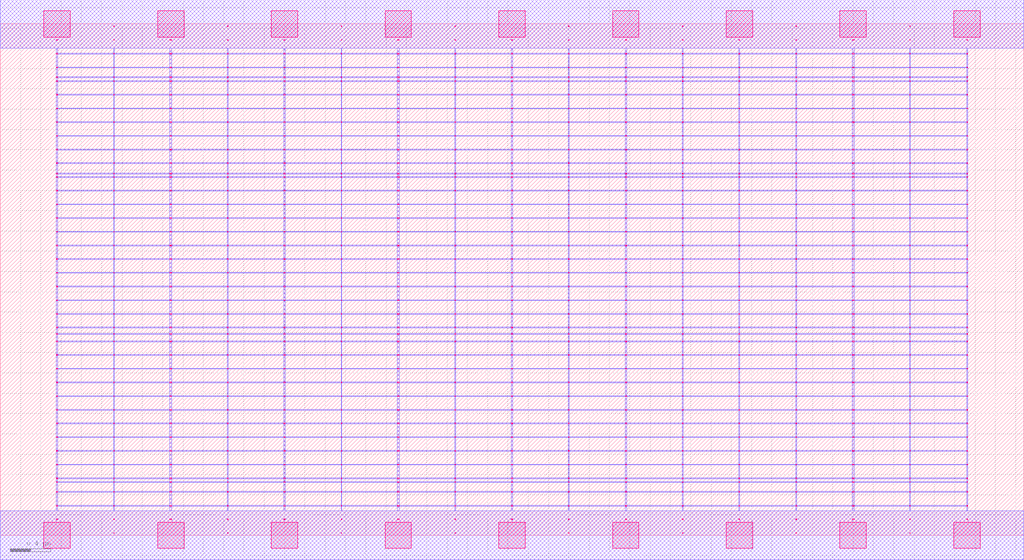
<source format=lef>
MACRO OAOI232_DEBUG
 CLASS CORE ;
 FOREIGN OAOI232_DEBUG 0 0 ;
 SIZE 10.08 BY 5.04 ;
 ORIGIN 0 0 ;
 SYMMETRY X Y R90 ;
 SITE unit ;

 OBS
    LAYER polycont ;
     RECT 5.03100000 2.58300000 5.04900000 2.59100000 ;
     RECT 5.03100000 2.71800000 5.04900000 2.72600000 ;
     RECT 5.03100000 2.85300000 5.04900000 2.86100000 ;
     RECT 5.03100000 2.98800000 5.04900000 2.99600000 ;
     RECT 7.27100000 2.58300000 7.28400000 2.59100000 ;
     RECT 7.83600000 2.58300000 7.84400000 2.59100000 ;
     RECT 8.39100000 2.58300000 8.40900000 2.59100000 ;
     RECT 8.95600000 2.58300000 8.96400000 2.59100000 ;
     RECT 9.51600000 2.58300000 9.52900000 2.59100000 ;
     RECT 5.59600000 2.58300000 5.60400000 2.59100000 ;
     RECT 5.59600000 2.71800000 5.60400000 2.72600000 ;
     RECT 6.15600000 2.71800000 6.16900000 2.72600000 ;
     RECT 6.71600000 2.71800000 6.72400000 2.72600000 ;
     RECT 7.27100000 2.71800000 7.28400000 2.72600000 ;
     RECT 7.83600000 2.71800000 7.84400000 2.72600000 ;
     RECT 8.39100000 2.71800000 8.40900000 2.72600000 ;
     RECT 8.95600000 2.71800000 8.96400000 2.72600000 ;
     RECT 9.51600000 2.71800000 9.52900000 2.72600000 ;
     RECT 6.15600000 2.58300000 6.16900000 2.59100000 ;
     RECT 5.59600000 2.85300000 5.60400000 2.86100000 ;
     RECT 6.15600000 2.85300000 6.16900000 2.86100000 ;
     RECT 6.71600000 2.85300000 6.72400000 2.86100000 ;
     RECT 7.27100000 2.85300000 7.28400000 2.86100000 ;
     RECT 7.83600000 2.85300000 7.84400000 2.86100000 ;
     RECT 8.39100000 2.85300000 8.40900000 2.86100000 ;
     RECT 8.95600000 2.85300000 8.96400000 2.86100000 ;
     RECT 9.51600000 2.85300000 9.52900000 2.86100000 ;
     RECT 6.71600000 2.58300000 6.72400000 2.59100000 ;
     RECT 5.59600000 2.98800000 5.60400000 2.99600000 ;
     RECT 6.15600000 2.98800000 6.16900000 2.99600000 ;
     RECT 6.71600000 2.98800000 6.72400000 2.99600000 ;
     RECT 7.27100000 2.98800000 7.28400000 2.99600000 ;
     RECT 7.83600000 2.98800000 7.84400000 2.99600000 ;
     RECT 8.39100000 2.98800000 8.40900000 2.99600000 ;
     RECT 8.95600000 2.98800000 8.96400000 2.99600000 ;
     RECT 9.51600000 2.98800000 9.52900000 2.99600000 ;
     RECT 6.71600000 3.12300000 6.72400000 3.13100000 ;
     RECT 6.71600000 3.25800000 6.72400000 3.26600000 ;
     RECT 6.71600000 3.39300000 6.72400000 3.40100000 ;
     RECT 6.71600000 3.52800000 6.72400000 3.53600000 ;
     RECT 6.71600000 3.56100000 6.72400000 3.56900000 ;
     RECT 6.71600000 3.66300000 6.72400000 3.67100000 ;
     RECT 6.71600000 3.79800000 6.72400000 3.80600000 ;
     RECT 6.71600000 3.93300000 6.72400000 3.94100000 ;
     RECT 6.71600000 4.06800000 6.72400000 4.07600000 ;
     RECT 6.71600000 4.20300000 6.72400000 4.21100000 ;
     RECT 6.71600000 4.33800000 6.72400000 4.34600000 ;
     RECT 6.71600000 4.47300000 6.72400000 4.48100000 ;
     RECT 6.71600000 4.51100000 6.72400000 4.51900000 ;
     RECT 6.71600000 4.60800000 6.72400000 4.61600000 ;
     RECT 6.71600000 4.74300000 6.72400000 4.75100000 ;
     RECT 6.71600000 4.87800000 6.72400000 4.88600000 ;
     RECT 1.11600000 2.98800000 1.12400000 2.99600000 ;
     RECT 1.67100000 2.98800000 1.68900000 2.99600000 ;
     RECT 2.23600000 2.98800000 2.24400000 2.99600000 ;
     RECT 2.79100000 2.98800000 2.80900000 2.99600000 ;
     RECT 3.35600000 2.98800000 3.36400000 2.99600000 ;
     RECT 3.91100000 2.98800000 3.92900000 2.99600000 ;
     RECT 4.47600000 2.98800000 4.48400000 2.99600000 ;
     RECT 2.23600000 2.58300000 2.24400000 2.59100000 ;
     RECT 2.79100000 2.58300000 2.80900000 2.59100000 ;
     RECT 3.35600000 2.58300000 3.36400000 2.59100000 ;
     RECT 3.91100000 2.58300000 3.92900000 2.59100000 ;
     RECT 4.47600000 2.58300000 4.48400000 2.59100000 ;
     RECT 0.55100000 2.58300000 0.56400000 2.59100000 ;
     RECT 0.55100000 2.71800000 0.56400000 2.72600000 ;
     RECT 0.55100000 2.85300000 0.56400000 2.86100000 ;
     RECT 1.11600000 2.85300000 1.12400000 2.86100000 ;
     RECT 1.67100000 2.85300000 1.68900000 2.86100000 ;
     RECT 2.23600000 2.85300000 2.24400000 2.86100000 ;
     RECT 2.79100000 2.85300000 2.80900000 2.86100000 ;
     RECT 3.35600000 2.85300000 3.36400000 2.86100000 ;
     RECT 3.91100000 2.85300000 3.92900000 2.86100000 ;
     RECT 4.47600000 2.85300000 4.48400000 2.86100000 ;
     RECT 1.11600000 2.71800000 1.12400000 2.72600000 ;
     RECT 1.67100000 2.71800000 1.68900000 2.72600000 ;
     RECT 2.23600000 2.71800000 2.24400000 2.72600000 ;
     RECT 2.79100000 2.71800000 2.80900000 2.72600000 ;
     RECT 3.35600000 2.71800000 3.36400000 2.72600000 ;
     RECT 3.91100000 2.71800000 3.92900000 2.72600000 ;
     RECT 4.47600000 2.71800000 4.48400000 2.72600000 ;
     RECT 1.11600000 2.58300000 1.12400000 2.59100000 ;
     RECT 1.67100000 2.58300000 1.68900000 2.59100000 ;
     RECT 0.55100000 2.98800000 0.56400000 2.99600000 ;
     RECT 8.95600000 0.42300000 8.96400000 0.43100000 ;
     RECT 9.51600000 0.42300000 9.52900000 0.43100000 ;
     RECT 8.95600000 0.52100000 8.96400000 0.52900000 ;
     RECT 9.51600000 0.52100000 9.52900000 0.52900000 ;
     RECT 8.95600000 0.55800000 8.96400000 0.56600000 ;
     RECT 9.51600000 0.55800000 9.52900000 0.56600000 ;
     RECT 8.95600000 0.69300000 8.96400000 0.70100000 ;
     RECT 9.51600000 0.69300000 9.52900000 0.70100000 ;
     RECT 8.95600000 0.82800000 8.96400000 0.83600000 ;
     RECT 9.51600000 0.82800000 9.52900000 0.83600000 ;
     RECT 8.95600000 0.96300000 8.96400000 0.97100000 ;
     RECT 9.51600000 0.96300000 9.52900000 0.97100000 ;
     RECT 8.95600000 1.09800000 8.96400000 1.10600000 ;
     RECT 9.51600000 1.09800000 9.52900000 1.10600000 ;
     RECT 8.95600000 1.23300000 8.96400000 1.24100000 ;
     RECT 9.51600000 1.23300000 9.52900000 1.24100000 ;
     RECT 8.95600000 1.36800000 8.96400000 1.37600000 ;
     RECT 9.51600000 1.36800000 9.52900000 1.37600000 ;
     RECT 8.95600000 1.50300000 8.96400000 1.51100000 ;
     RECT 9.51600000 1.50300000 9.52900000 1.51100000 ;
     RECT 8.95600000 1.63800000 8.96400000 1.64600000 ;
     RECT 9.51600000 1.63800000 9.52900000 1.64600000 ;
     RECT 8.95600000 1.77300000 8.96400000 1.78100000 ;
     RECT 9.51600000 1.77300000 9.52900000 1.78100000 ;
     RECT 8.95600000 1.90800000 8.96400000 1.91600000 ;
     RECT 9.51600000 1.90800000 9.52900000 1.91600000 ;
     RECT 8.95600000 1.98100000 8.96400000 1.98900000 ;
     RECT 9.51600000 1.98100000 9.52900000 1.98900000 ;
     RECT 8.95600000 2.04300000 8.96400000 2.05100000 ;
     RECT 9.51600000 2.04300000 9.52900000 2.05100000 ;
     RECT 8.95600000 2.17800000 8.96400000 2.18600000 ;
     RECT 9.51600000 2.17800000 9.52900000 2.18600000 ;
     RECT 8.95600000 2.31300000 8.96400000 2.32100000 ;
     RECT 9.51600000 2.31300000 9.52900000 2.32100000 ;
     RECT 8.95600000 2.44800000 8.96400000 2.45600000 ;
     RECT 9.51600000 2.44800000 9.52900000 2.45600000 ;
     RECT 8.95600000 0.15300000 8.96400000 0.16100000 ;
     RECT 9.51600000 0.15300000 9.52900000 0.16100000 ;
     RECT 8.95600000 0.28800000 8.96400000 0.29600000 ;
     RECT 9.51600000 0.28800000 9.52900000 0.29600000 ;

    LAYER pdiffc ;
     RECT 0.55100000 3.39300000 0.55900000 3.40100000 ;
     RECT 6.16100000 3.39300000 6.16900000 3.40100000 ;
     RECT 7.27100000 3.39300000 7.27900000 3.40100000 ;
     RECT 9.52100000 3.39300000 9.52900000 3.40100000 ;
     RECT 0.55100000 3.52800000 0.55900000 3.53600000 ;
     RECT 6.16100000 3.52800000 6.16900000 3.53600000 ;
     RECT 7.27100000 3.52800000 7.27900000 3.53600000 ;
     RECT 9.52100000 3.52800000 9.52900000 3.53600000 ;
     RECT 0.55100000 3.56100000 0.55900000 3.56900000 ;
     RECT 6.16100000 3.56100000 6.16900000 3.56900000 ;
     RECT 7.27100000 3.56100000 7.27900000 3.56900000 ;
     RECT 9.52100000 3.56100000 9.52900000 3.56900000 ;
     RECT 0.55100000 3.66300000 0.55900000 3.67100000 ;
     RECT 6.16100000 3.66300000 6.16900000 3.67100000 ;
     RECT 7.27100000 3.66300000 7.27900000 3.67100000 ;
     RECT 9.52100000 3.66300000 9.52900000 3.67100000 ;
     RECT 0.55100000 3.79800000 0.55900000 3.80600000 ;
     RECT 6.16100000 3.79800000 6.16900000 3.80600000 ;
     RECT 7.27100000 3.79800000 7.27900000 3.80600000 ;
     RECT 9.52100000 3.79800000 9.52900000 3.80600000 ;
     RECT 0.55100000 3.93300000 0.55900000 3.94100000 ;
     RECT 6.16100000 3.93300000 6.16900000 3.94100000 ;
     RECT 7.27100000 3.93300000 7.27900000 3.94100000 ;
     RECT 9.52100000 3.93300000 9.52900000 3.94100000 ;
     RECT 0.55100000 4.06800000 0.55900000 4.07600000 ;
     RECT 6.16100000 4.06800000 6.16900000 4.07600000 ;
     RECT 7.27100000 4.06800000 7.27900000 4.07600000 ;
     RECT 9.52100000 4.06800000 9.52900000 4.07600000 ;
     RECT 0.55100000 4.20300000 0.55900000 4.21100000 ;
     RECT 6.16100000 4.20300000 6.16900000 4.21100000 ;
     RECT 7.27100000 4.20300000 7.27900000 4.21100000 ;
     RECT 9.52100000 4.20300000 9.52900000 4.21100000 ;
     RECT 0.55100000 4.33800000 0.55900000 4.34600000 ;
     RECT 6.16100000 4.33800000 6.16900000 4.34600000 ;
     RECT 7.27100000 4.33800000 7.27900000 4.34600000 ;
     RECT 9.52100000 4.33800000 9.52900000 4.34600000 ;
     RECT 0.55100000 4.47300000 0.55900000 4.48100000 ;
     RECT 6.16100000 4.47300000 6.16900000 4.48100000 ;
     RECT 7.27100000 4.47300000 7.27900000 4.48100000 ;
     RECT 9.52100000 4.47300000 9.52900000 4.48100000 ;
     RECT 0.55100000 4.51100000 0.55900000 4.51900000 ;
     RECT 6.16100000 4.51100000 6.16900000 4.51900000 ;
     RECT 7.27100000 4.51100000 7.27900000 4.51900000 ;
     RECT 9.52100000 4.51100000 9.52900000 4.51900000 ;
     RECT 0.55100000 4.60800000 0.55900000 4.61600000 ;
     RECT 6.16100000 4.60800000 6.16900000 4.61600000 ;
     RECT 7.27100000 4.60800000 7.27900000 4.61600000 ;
     RECT 9.52100000 4.60800000 9.52900000 4.61600000 ;

    LAYER ndiffc ;
     RECT 5.03100000 0.42300000 5.04900000 0.43100000 ;
     RECT 6.15600000 0.42300000 6.16900000 0.43100000 ;
     RECT 7.27100000 0.42300000 7.28400000 0.43100000 ;
     RECT 8.39100000 0.42300000 8.40900000 0.43100000 ;
     RECT 5.03100000 0.52100000 5.04900000 0.52900000 ;
     RECT 6.15600000 0.52100000 6.16900000 0.52900000 ;
     RECT 7.27100000 0.52100000 7.28400000 0.52900000 ;
     RECT 8.39100000 0.52100000 8.40900000 0.52900000 ;
     RECT 5.03100000 0.55800000 5.04900000 0.56600000 ;
     RECT 6.15600000 0.55800000 6.16900000 0.56600000 ;
     RECT 7.27100000 0.55800000 7.28400000 0.56600000 ;
     RECT 8.39100000 0.55800000 8.40900000 0.56600000 ;
     RECT 5.03100000 0.69300000 5.04900000 0.70100000 ;
     RECT 6.15600000 0.69300000 6.16900000 0.70100000 ;
     RECT 7.27100000 0.69300000 7.28400000 0.70100000 ;
     RECT 8.39100000 0.69300000 8.40900000 0.70100000 ;
     RECT 5.03100000 0.82800000 5.04900000 0.83600000 ;
     RECT 6.15600000 0.82800000 6.16900000 0.83600000 ;
     RECT 7.27100000 0.82800000 7.28400000 0.83600000 ;
     RECT 8.39100000 0.82800000 8.40900000 0.83600000 ;
     RECT 5.03100000 0.96300000 5.04900000 0.97100000 ;
     RECT 6.15600000 0.96300000 6.16900000 0.97100000 ;
     RECT 7.27100000 0.96300000 7.28400000 0.97100000 ;
     RECT 8.39100000 0.96300000 8.40900000 0.97100000 ;
     RECT 5.03100000 1.09800000 5.04900000 1.10600000 ;
     RECT 6.15600000 1.09800000 6.16900000 1.10600000 ;
     RECT 7.27100000 1.09800000 7.28400000 1.10600000 ;
     RECT 8.39100000 1.09800000 8.40900000 1.10600000 ;
     RECT 5.03100000 1.23300000 5.04900000 1.24100000 ;
     RECT 6.15600000 1.23300000 6.16900000 1.24100000 ;
     RECT 7.27100000 1.23300000 7.28400000 1.24100000 ;
     RECT 8.39100000 1.23300000 8.40900000 1.24100000 ;
     RECT 5.03100000 1.36800000 5.04900000 1.37600000 ;
     RECT 6.15600000 1.36800000 6.16900000 1.37600000 ;
     RECT 7.27100000 1.36800000 7.28400000 1.37600000 ;
     RECT 8.39100000 1.36800000 8.40900000 1.37600000 ;
     RECT 5.03100000 1.50300000 5.04900000 1.51100000 ;
     RECT 6.15600000 1.50300000 6.16900000 1.51100000 ;
     RECT 7.27100000 1.50300000 7.28400000 1.51100000 ;
     RECT 8.39100000 1.50300000 8.40900000 1.51100000 ;
     RECT 5.03100000 1.63800000 5.04900000 1.64600000 ;
     RECT 6.15600000 1.63800000 6.16900000 1.64600000 ;
     RECT 7.27100000 1.63800000 7.28400000 1.64600000 ;
     RECT 8.39100000 1.63800000 8.40900000 1.64600000 ;
     RECT 5.03100000 1.77300000 5.04900000 1.78100000 ;
     RECT 6.15600000 1.77300000 6.16900000 1.78100000 ;
     RECT 7.27100000 1.77300000 7.28400000 1.78100000 ;
     RECT 8.39100000 1.77300000 8.40900000 1.78100000 ;
     RECT 5.03100000 1.90800000 5.04900000 1.91600000 ;
     RECT 6.15600000 1.90800000 6.16900000 1.91600000 ;
     RECT 7.27100000 1.90800000 7.28400000 1.91600000 ;
     RECT 8.39100000 1.90800000 8.40900000 1.91600000 ;
     RECT 5.03100000 1.98100000 5.04900000 1.98900000 ;
     RECT 6.15600000 1.98100000 6.16900000 1.98900000 ;
     RECT 7.27100000 1.98100000 7.28400000 1.98900000 ;
     RECT 8.39100000 1.98100000 8.40900000 1.98900000 ;
     RECT 5.03100000 2.04300000 5.04900000 2.05100000 ;
     RECT 6.15600000 2.04300000 6.16900000 2.05100000 ;
     RECT 7.27100000 2.04300000 7.28400000 2.05100000 ;
     RECT 8.39100000 2.04300000 8.40900000 2.05100000 ;
     RECT 0.55100000 0.42300000 0.56400000 0.43100000 ;
     RECT 1.67100000 0.42300000 1.68900000 0.43100000 ;
     RECT 2.79100000 0.42300000 2.80900000 0.43100000 ;
     RECT 3.91100000 0.42300000 3.92900000 0.43100000 ;
     RECT 0.55100000 1.36800000 0.56400000 1.37600000 ;
     RECT 1.67100000 1.36800000 1.68900000 1.37600000 ;
     RECT 2.79100000 1.36800000 2.80900000 1.37600000 ;
     RECT 3.91100000 1.36800000 3.92900000 1.37600000 ;
     RECT 0.55100000 0.82800000 0.56400000 0.83600000 ;
     RECT 1.67100000 0.82800000 1.68900000 0.83600000 ;
     RECT 2.79100000 0.82800000 2.80900000 0.83600000 ;
     RECT 3.91100000 0.82800000 3.92900000 0.83600000 ;
     RECT 0.55100000 1.50300000 0.56400000 1.51100000 ;
     RECT 1.67100000 1.50300000 1.68900000 1.51100000 ;
     RECT 2.79100000 1.50300000 2.80900000 1.51100000 ;
     RECT 3.91100000 1.50300000 3.92900000 1.51100000 ;
     RECT 0.55100000 0.55800000 0.56400000 0.56600000 ;
     RECT 1.67100000 0.55800000 1.68900000 0.56600000 ;
     RECT 2.79100000 0.55800000 2.80900000 0.56600000 ;
     RECT 3.91100000 0.55800000 3.92900000 0.56600000 ;
     RECT 0.55100000 1.63800000 0.56400000 1.64600000 ;
     RECT 1.67100000 1.63800000 1.68900000 1.64600000 ;
     RECT 2.79100000 1.63800000 2.80900000 1.64600000 ;
     RECT 3.91100000 1.63800000 3.92900000 1.64600000 ;
     RECT 0.55100000 0.96300000 0.56400000 0.97100000 ;
     RECT 1.67100000 0.96300000 1.68900000 0.97100000 ;
     RECT 2.79100000 0.96300000 2.80900000 0.97100000 ;
     RECT 3.91100000 0.96300000 3.92900000 0.97100000 ;
     RECT 0.55100000 1.77300000 0.56400000 1.78100000 ;
     RECT 1.67100000 1.77300000 1.68900000 1.78100000 ;
     RECT 2.79100000 1.77300000 2.80900000 1.78100000 ;
     RECT 3.91100000 1.77300000 3.92900000 1.78100000 ;
     RECT 0.55100000 0.52100000 0.56400000 0.52900000 ;
     RECT 1.67100000 0.52100000 1.68900000 0.52900000 ;
     RECT 2.79100000 0.52100000 2.80900000 0.52900000 ;
     RECT 3.91100000 0.52100000 3.92900000 0.52900000 ;
     RECT 0.55100000 1.90800000 0.56400000 1.91600000 ;
     RECT 1.67100000 1.90800000 1.68900000 1.91600000 ;
     RECT 2.79100000 1.90800000 2.80900000 1.91600000 ;
     RECT 3.91100000 1.90800000 3.92900000 1.91600000 ;
     RECT 0.55100000 1.09800000 0.56400000 1.10600000 ;
     RECT 1.67100000 1.09800000 1.68900000 1.10600000 ;
     RECT 2.79100000 1.09800000 2.80900000 1.10600000 ;
     RECT 3.91100000 1.09800000 3.92900000 1.10600000 ;
     RECT 0.55100000 1.98100000 0.56400000 1.98900000 ;
     RECT 1.67100000 1.98100000 1.68900000 1.98900000 ;
     RECT 2.79100000 1.98100000 2.80900000 1.98900000 ;
     RECT 3.91100000 1.98100000 3.92900000 1.98900000 ;
     RECT 0.55100000 0.69300000 0.56400000 0.70100000 ;
     RECT 1.67100000 0.69300000 1.68900000 0.70100000 ;
     RECT 2.79100000 0.69300000 2.80900000 0.70100000 ;
     RECT 3.91100000 0.69300000 3.92900000 0.70100000 ;
     RECT 0.55100000 2.04300000 0.56400000 2.05100000 ;
     RECT 1.67100000 2.04300000 1.68900000 2.05100000 ;
     RECT 2.79100000 2.04300000 2.80900000 2.05100000 ;
     RECT 3.91100000 2.04300000 3.92900000 2.05100000 ;
     RECT 0.55100000 1.23300000 0.56400000 1.24100000 ;
     RECT 1.67100000 1.23300000 1.68900000 1.24100000 ;
     RECT 2.79100000 1.23300000 2.80900000 1.24100000 ;
     RECT 3.91100000 1.23300000 3.92900000 1.24100000 ;

    LAYER met1 ;
     RECT 0.00000000 -0.24000000 10.08000000 0.24000000 ;
     RECT 5.03100000 0.24000000 5.04900000 0.28800000 ;
     RECT 0.55100000 0.28800000 9.52900000 0.29600000 ;
     RECT 5.03100000 0.29600000 5.04900000 0.42300000 ;
     RECT 0.55100000 0.42300000 9.52900000 0.43100000 ;
     RECT 5.03100000 0.43100000 5.04900000 0.52100000 ;
     RECT 0.55100000 0.52100000 9.52900000 0.52900000 ;
     RECT 5.03100000 0.52900000 5.04900000 0.55800000 ;
     RECT 0.55100000 0.55800000 9.52900000 0.56600000 ;
     RECT 5.03100000 0.56600000 5.04900000 0.69300000 ;
     RECT 0.55100000 0.69300000 9.52900000 0.70100000 ;
     RECT 5.03100000 0.70100000 5.04900000 0.82800000 ;
     RECT 0.55100000 0.82800000 9.52900000 0.83600000 ;
     RECT 5.03100000 0.83600000 5.04900000 0.96300000 ;
     RECT 0.55100000 0.96300000 9.52900000 0.97100000 ;
     RECT 5.03100000 0.97100000 5.04900000 1.09800000 ;
     RECT 0.55100000 1.09800000 9.52900000 1.10600000 ;
     RECT 5.03100000 1.10600000 5.04900000 1.23300000 ;
     RECT 0.55100000 1.23300000 9.52900000 1.24100000 ;
     RECT 5.03100000 1.24100000 5.04900000 1.36800000 ;
     RECT 0.55100000 1.36800000 9.52900000 1.37600000 ;
     RECT 5.03100000 1.37600000 5.04900000 1.50300000 ;
     RECT 0.55100000 1.50300000 9.52900000 1.51100000 ;
     RECT 5.03100000 1.51100000 5.04900000 1.63800000 ;
     RECT 0.55100000 1.63800000 9.52900000 1.64600000 ;
     RECT 5.03100000 1.64600000 5.04900000 1.77300000 ;
     RECT 0.55100000 1.77300000 9.52900000 1.78100000 ;
     RECT 5.03100000 1.78100000 5.04900000 1.90800000 ;
     RECT 0.55100000 1.90800000 9.52900000 1.91600000 ;
     RECT 5.03100000 1.91600000 5.04900000 1.98100000 ;
     RECT 0.55100000 1.98100000 9.52900000 1.98900000 ;
     RECT 5.03100000 1.98900000 5.04900000 2.04300000 ;
     RECT 0.55100000 2.04300000 9.52900000 2.05100000 ;
     RECT 5.03100000 2.05100000 5.04900000 2.17800000 ;
     RECT 0.55100000 2.17800000 9.52900000 2.18600000 ;
     RECT 5.03100000 2.18600000 5.04900000 2.31300000 ;
     RECT 0.55100000 2.31300000 9.52900000 2.32100000 ;
     RECT 5.03100000 2.32100000 5.04900000 2.44800000 ;
     RECT 0.55100000 2.44800000 9.52900000 2.45600000 ;
     RECT 0.55100000 2.45600000 0.56400000 2.58300000 ;
     RECT 1.11600000 2.45600000 1.12400000 2.58300000 ;
     RECT 1.67100000 2.45600000 1.68900000 2.58300000 ;
     RECT 2.23600000 2.45600000 2.24400000 2.58300000 ;
     RECT 2.79100000 2.45600000 2.80900000 2.58300000 ;
     RECT 3.35600000 2.45600000 3.36400000 2.58300000 ;
     RECT 3.91100000 2.45600000 3.92900000 2.58300000 ;
     RECT 4.47600000 2.45600000 4.48400000 2.58300000 ;
     RECT 5.03100000 2.45600000 5.04900000 2.58300000 ;
     RECT 5.59600000 2.45600000 5.60400000 2.58300000 ;
     RECT 6.15600000 2.45600000 6.16900000 2.58300000 ;
     RECT 6.71600000 2.45600000 6.72400000 2.58300000 ;
     RECT 7.27100000 2.45600000 7.28400000 2.58300000 ;
     RECT 7.83600000 2.45600000 7.84400000 2.58300000 ;
     RECT 8.39100000 2.45600000 8.40900000 2.58300000 ;
     RECT 8.95600000 2.45600000 8.96400000 2.58300000 ;
     RECT 9.51600000 2.45600000 9.52900000 2.58300000 ;
     RECT 0.55100000 2.58300000 9.52900000 2.59100000 ;
     RECT 5.03100000 2.59100000 5.04900000 2.71800000 ;
     RECT 0.55100000 2.71800000 9.52900000 2.72600000 ;
     RECT 5.03100000 2.72600000 5.04900000 2.85300000 ;
     RECT 0.55100000 2.85300000 9.52900000 2.86100000 ;
     RECT 5.03100000 2.86100000 5.04900000 2.98800000 ;
     RECT 0.55100000 2.98800000 9.52900000 2.99600000 ;
     RECT 5.03100000 2.99600000 5.04900000 3.12300000 ;
     RECT 0.55100000 3.12300000 9.52900000 3.13100000 ;
     RECT 5.03100000 3.13100000 5.04900000 3.25800000 ;
     RECT 0.55100000 3.25800000 9.52900000 3.26600000 ;
     RECT 5.03100000 3.26600000 5.04900000 3.39300000 ;
     RECT 0.55100000 3.39300000 9.52900000 3.40100000 ;
     RECT 5.03100000 3.40100000 5.04900000 3.52800000 ;
     RECT 0.55100000 3.52800000 9.52900000 3.53600000 ;
     RECT 5.03100000 3.53600000 5.04900000 3.56100000 ;
     RECT 0.55100000 3.56100000 9.52900000 3.56900000 ;
     RECT 5.03100000 3.56900000 5.04900000 3.66300000 ;
     RECT 0.55100000 3.66300000 9.52900000 3.67100000 ;
     RECT 5.03100000 3.67100000 5.04900000 3.79800000 ;
     RECT 0.55100000 3.79800000 9.52900000 3.80600000 ;
     RECT 5.03100000 3.80600000 5.04900000 3.93300000 ;
     RECT 0.55100000 3.93300000 9.52900000 3.94100000 ;
     RECT 5.03100000 3.94100000 5.04900000 4.06800000 ;
     RECT 0.55100000 4.06800000 9.52900000 4.07600000 ;
     RECT 5.03100000 4.07600000 5.04900000 4.20300000 ;
     RECT 0.55100000 4.20300000 9.52900000 4.21100000 ;
     RECT 5.03100000 4.21100000 5.04900000 4.33800000 ;
     RECT 0.55100000 4.33800000 9.52900000 4.34600000 ;
     RECT 5.03100000 4.34600000 5.04900000 4.47300000 ;
     RECT 0.55100000 4.47300000 9.52900000 4.48100000 ;
     RECT 5.03100000 4.48100000 5.04900000 4.51100000 ;
     RECT 0.55100000 4.51100000 9.52900000 4.51900000 ;
     RECT 5.03100000 4.51900000 5.04900000 4.60800000 ;
     RECT 0.55100000 4.60800000 9.52900000 4.61600000 ;
     RECT 5.03100000 4.61600000 5.04900000 4.74300000 ;
     RECT 0.55100000 4.74300000 9.52900000 4.75100000 ;
     RECT 5.03100000 4.75100000 5.04900000 4.80000000 ;
     RECT 0.00000000 4.80000000 10.08000000 5.28000000 ;
     RECT 5.59600000 3.80600000 5.60400000 3.93300000 ;
     RECT 6.15600000 3.80600000 6.16900000 3.93300000 ;
     RECT 6.71600000 3.80600000 6.72400000 3.93300000 ;
     RECT 7.27100000 3.80600000 7.28400000 3.93300000 ;
     RECT 7.83600000 3.80600000 7.84400000 3.93300000 ;
     RECT 8.39100000 3.80600000 8.40900000 3.93300000 ;
     RECT 8.95600000 3.80600000 8.96400000 3.93300000 ;
     RECT 9.51600000 3.80600000 9.52900000 3.93300000 ;
     RECT 7.83600000 3.94100000 7.84400000 4.06800000 ;
     RECT 8.39100000 3.94100000 8.40900000 4.06800000 ;
     RECT 8.95600000 3.94100000 8.96400000 4.06800000 ;
     RECT 9.51600000 3.94100000 9.52900000 4.06800000 ;
     RECT 7.83600000 4.07600000 7.84400000 4.20300000 ;
     RECT 8.39100000 4.07600000 8.40900000 4.20300000 ;
     RECT 8.95600000 4.07600000 8.96400000 4.20300000 ;
     RECT 9.51600000 4.07600000 9.52900000 4.20300000 ;
     RECT 7.83600000 4.21100000 7.84400000 4.33800000 ;
     RECT 8.39100000 4.21100000 8.40900000 4.33800000 ;
     RECT 8.95600000 4.21100000 8.96400000 4.33800000 ;
     RECT 9.51600000 4.21100000 9.52900000 4.33800000 ;
     RECT 7.83600000 4.34600000 7.84400000 4.47300000 ;
     RECT 8.39100000 4.34600000 8.40900000 4.47300000 ;
     RECT 8.95600000 4.34600000 8.96400000 4.47300000 ;
     RECT 9.51600000 4.34600000 9.52900000 4.47300000 ;
     RECT 7.83600000 4.48100000 7.84400000 4.51100000 ;
     RECT 8.39100000 4.48100000 8.40900000 4.51100000 ;
     RECT 8.95600000 4.48100000 8.96400000 4.51100000 ;
     RECT 9.51600000 4.48100000 9.52900000 4.51100000 ;
     RECT 7.83600000 4.51900000 7.84400000 4.60800000 ;
     RECT 8.39100000 4.51900000 8.40900000 4.60800000 ;
     RECT 8.95600000 4.51900000 8.96400000 4.60800000 ;
     RECT 9.51600000 4.51900000 9.52900000 4.60800000 ;
     RECT 7.83600000 4.61600000 7.84400000 4.74300000 ;
     RECT 8.39100000 4.61600000 8.40900000 4.74300000 ;
     RECT 8.95600000 4.61600000 8.96400000 4.74300000 ;
     RECT 9.51600000 4.61600000 9.52900000 4.74300000 ;
     RECT 7.83600000 4.75100000 7.84400000 4.80000000 ;
     RECT 8.39100000 4.75100000 8.40900000 4.80000000 ;
     RECT 8.95600000 4.75100000 8.96400000 4.80000000 ;
     RECT 9.51600000 4.75100000 9.52900000 4.80000000 ;
     RECT 5.59600000 4.48100000 5.60400000 4.51100000 ;
     RECT 6.15600000 4.48100000 6.16900000 4.51100000 ;
     RECT 6.71600000 4.48100000 6.72400000 4.51100000 ;
     RECT 7.27100000 4.48100000 7.28400000 4.51100000 ;
     RECT 5.59600000 4.21100000 5.60400000 4.33800000 ;
     RECT 6.15600000 4.21100000 6.16900000 4.33800000 ;
     RECT 6.71600000 4.21100000 6.72400000 4.33800000 ;
     RECT 7.27100000 4.21100000 7.28400000 4.33800000 ;
     RECT 5.59600000 4.51900000 5.60400000 4.60800000 ;
     RECT 6.15600000 4.51900000 6.16900000 4.60800000 ;
     RECT 6.71600000 4.51900000 6.72400000 4.60800000 ;
     RECT 7.27100000 4.51900000 7.28400000 4.60800000 ;
     RECT 5.59600000 4.07600000 5.60400000 4.20300000 ;
     RECT 6.15600000 4.07600000 6.16900000 4.20300000 ;
     RECT 6.71600000 4.07600000 6.72400000 4.20300000 ;
     RECT 7.27100000 4.07600000 7.28400000 4.20300000 ;
     RECT 5.59600000 4.61600000 5.60400000 4.74300000 ;
     RECT 6.15600000 4.61600000 6.16900000 4.74300000 ;
     RECT 6.71600000 4.61600000 6.72400000 4.74300000 ;
     RECT 7.27100000 4.61600000 7.28400000 4.74300000 ;
     RECT 5.59600000 4.34600000 5.60400000 4.47300000 ;
     RECT 6.15600000 4.34600000 6.16900000 4.47300000 ;
     RECT 6.71600000 4.34600000 6.72400000 4.47300000 ;
     RECT 7.27100000 4.34600000 7.28400000 4.47300000 ;
     RECT 5.59600000 4.75100000 5.60400000 4.80000000 ;
     RECT 6.15600000 4.75100000 6.16900000 4.80000000 ;
     RECT 6.71600000 4.75100000 6.72400000 4.80000000 ;
     RECT 7.27100000 4.75100000 7.28400000 4.80000000 ;
     RECT 5.59600000 3.94100000 5.60400000 4.06800000 ;
     RECT 6.15600000 3.94100000 6.16900000 4.06800000 ;
     RECT 6.71600000 3.94100000 6.72400000 4.06800000 ;
     RECT 7.27100000 3.94100000 7.28400000 4.06800000 ;
     RECT 5.59600000 2.59100000 5.60400000 2.71800000 ;
     RECT 6.15600000 2.59100000 6.16900000 2.71800000 ;
     RECT 5.59600000 3.26600000 5.60400000 3.39300000 ;
     RECT 6.15600000 3.26600000 6.16900000 3.39300000 ;
     RECT 5.59600000 2.86100000 5.60400000 2.98800000 ;
     RECT 6.15600000 2.86100000 6.16900000 2.98800000 ;
     RECT 6.71600000 3.26600000 6.72400000 3.39300000 ;
     RECT 7.27100000 3.26600000 7.28400000 3.39300000 ;
     RECT 5.59600000 2.72600000 5.60400000 2.85300000 ;
     RECT 6.15600000 2.72600000 6.16900000 2.85300000 ;
     RECT 5.59600000 3.40100000 5.60400000 3.52800000 ;
     RECT 6.15600000 3.40100000 6.16900000 3.52800000 ;
     RECT 5.59600000 2.99600000 5.60400000 3.12300000 ;
     RECT 6.15600000 2.99600000 6.16900000 3.12300000 ;
     RECT 6.71600000 3.40100000 6.72400000 3.52800000 ;
     RECT 7.27100000 3.40100000 7.28400000 3.52800000 ;
     RECT 6.71600000 2.86100000 6.72400000 2.98800000 ;
     RECT 7.27100000 2.86100000 7.28400000 2.98800000 ;
     RECT 6.71600000 2.72600000 6.72400000 2.85300000 ;
     RECT 7.27100000 2.72600000 7.28400000 2.85300000 ;
     RECT 5.59600000 3.53600000 5.60400000 3.56100000 ;
     RECT 6.15600000 3.53600000 6.16900000 3.56100000 ;
     RECT 6.71600000 2.99600000 6.72400000 3.12300000 ;
     RECT 7.27100000 2.99600000 7.28400000 3.12300000 ;
     RECT 6.71600000 3.53600000 6.72400000 3.56100000 ;
     RECT 7.27100000 3.53600000 7.28400000 3.56100000 ;
     RECT 5.59600000 3.56900000 5.60400000 3.66300000 ;
     RECT 6.15600000 3.56900000 6.16900000 3.66300000 ;
     RECT 6.71600000 3.56900000 6.72400000 3.66300000 ;
     RECT 7.27100000 3.56900000 7.28400000 3.66300000 ;
     RECT 5.59600000 3.67100000 5.60400000 3.79800000 ;
     RECT 6.15600000 3.67100000 6.16900000 3.79800000 ;
     RECT 6.71600000 3.67100000 6.72400000 3.79800000 ;
     RECT 7.27100000 3.67100000 7.28400000 3.79800000 ;
     RECT 6.71600000 2.59100000 6.72400000 2.71800000 ;
     RECT 7.27100000 2.59100000 7.28400000 2.71800000 ;
     RECT 5.59600000 3.13100000 5.60400000 3.25800000 ;
     RECT 6.15600000 3.13100000 6.16900000 3.25800000 ;
     RECT 6.71600000 3.13100000 6.72400000 3.25800000 ;
     RECT 7.27100000 3.13100000 7.28400000 3.25800000 ;
     RECT 8.39100000 2.59100000 8.40900000 2.71800000 ;
     RECT 9.51600000 2.99600000 9.52900000 3.12300000 ;
     RECT 7.83600000 3.13100000 7.84400000 3.25800000 ;
     RECT 7.83600000 3.56900000 7.84400000 3.66300000 ;
     RECT 8.39100000 3.56900000 8.40900000 3.66300000 ;
     RECT 8.95600000 3.56900000 8.96400000 3.66300000 ;
     RECT 9.51600000 3.56900000 9.52900000 3.66300000 ;
     RECT 8.95600000 2.72600000 8.96400000 2.85300000 ;
     RECT 9.51600000 2.72600000 9.52900000 2.85300000 ;
     RECT 8.39100000 3.13100000 8.40900000 3.25800000 ;
     RECT 7.83600000 3.40100000 7.84400000 3.52800000 ;
     RECT 8.39100000 3.40100000 8.40900000 3.52800000 ;
     RECT 8.95600000 3.40100000 8.96400000 3.52800000 ;
     RECT 7.83600000 3.67100000 7.84400000 3.79800000 ;
     RECT 8.39100000 3.67100000 8.40900000 3.79800000 ;
     RECT 8.95600000 3.67100000 8.96400000 3.79800000 ;
     RECT 7.83600000 2.86100000 7.84400000 2.98800000 ;
     RECT 8.39100000 2.86100000 8.40900000 2.98800000 ;
     RECT 9.51600000 3.67100000 9.52900000 3.79800000 ;
     RECT 9.51600000 3.40100000 9.52900000 3.52800000 ;
     RECT 8.95600000 3.13100000 8.96400000 3.25800000 ;
     RECT 7.83600000 3.26600000 7.84400000 3.39300000 ;
     RECT 8.39100000 3.26600000 8.40900000 3.39300000 ;
     RECT 8.95600000 3.26600000 8.96400000 3.39300000 ;
     RECT 9.51600000 3.26600000 9.52900000 3.39300000 ;
     RECT 9.51600000 3.13100000 9.52900000 3.25800000 ;
     RECT 8.95600000 2.86100000 8.96400000 2.98800000 ;
     RECT 9.51600000 2.86100000 9.52900000 2.98800000 ;
     RECT 7.83600000 3.53600000 7.84400000 3.56100000 ;
     RECT 7.83600000 2.99600000 7.84400000 3.12300000 ;
     RECT 8.39100000 2.99600000 8.40900000 3.12300000 ;
     RECT 8.39100000 3.53600000 8.40900000 3.56100000 ;
     RECT 8.95600000 3.53600000 8.96400000 3.56100000 ;
     RECT 9.51600000 3.53600000 9.52900000 3.56100000 ;
     RECT 7.83600000 2.72600000 7.84400000 2.85300000 ;
     RECT 8.39100000 2.72600000 8.40900000 2.85300000 ;
     RECT 8.95600000 2.59100000 8.96400000 2.71800000 ;
     RECT 9.51600000 2.59100000 9.52900000 2.71800000 ;
     RECT 7.83600000 2.59100000 7.84400000 2.71800000 ;
     RECT 8.95600000 2.99600000 8.96400000 3.12300000 ;
     RECT 0.55100000 3.80600000 0.56400000 3.93300000 ;
     RECT 1.11600000 3.80600000 1.12400000 3.93300000 ;
     RECT 1.67100000 3.80600000 1.68900000 3.93300000 ;
     RECT 2.23600000 3.80600000 2.24400000 3.93300000 ;
     RECT 2.79100000 3.80600000 2.80900000 3.93300000 ;
     RECT 3.35600000 3.80600000 3.36400000 3.93300000 ;
     RECT 3.91100000 3.80600000 3.92900000 3.93300000 ;
     RECT 4.47600000 3.80600000 4.48400000 3.93300000 ;
     RECT 2.79100000 4.21100000 2.80900000 4.33800000 ;
     RECT 3.35600000 4.21100000 3.36400000 4.33800000 ;
     RECT 3.91100000 4.21100000 3.92900000 4.33800000 ;
     RECT 4.47600000 4.21100000 4.48400000 4.33800000 ;
     RECT 2.79100000 4.34600000 2.80900000 4.47300000 ;
     RECT 3.35600000 4.34600000 3.36400000 4.47300000 ;
     RECT 3.91100000 4.34600000 3.92900000 4.47300000 ;
     RECT 4.47600000 4.34600000 4.48400000 4.47300000 ;
     RECT 2.79100000 4.48100000 2.80900000 4.51100000 ;
     RECT 3.35600000 4.48100000 3.36400000 4.51100000 ;
     RECT 3.91100000 4.48100000 3.92900000 4.51100000 ;
     RECT 4.47600000 4.48100000 4.48400000 4.51100000 ;
     RECT 2.79100000 4.51900000 2.80900000 4.60800000 ;
     RECT 3.35600000 4.51900000 3.36400000 4.60800000 ;
     RECT 3.91100000 4.51900000 3.92900000 4.60800000 ;
     RECT 4.47600000 4.51900000 4.48400000 4.60800000 ;
     RECT 2.79100000 4.61600000 2.80900000 4.74300000 ;
     RECT 3.35600000 4.61600000 3.36400000 4.74300000 ;
     RECT 3.91100000 4.61600000 3.92900000 4.74300000 ;
     RECT 4.47600000 4.61600000 4.48400000 4.74300000 ;
     RECT 2.79100000 4.75100000 2.80900000 4.80000000 ;
     RECT 3.35600000 4.75100000 3.36400000 4.80000000 ;
     RECT 3.91100000 4.75100000 3.92900000 4.80000000 ;
     RECT 4.47600000 4.75100000 4.48400000 4.80000000 ;
     RECT 2.79100000 3.94100000 2.80900000 4.06800000 ;
     RECT 3.35600000 3.94100000 3.36400000 4.06800000 ;
     RECT 3.91100000 3.94100000 3.92900000 4.06800000 ;
     RECT 4.47600000 3.94100000 4.48400000 4.06800000 ;
     RECT 2.79100000 4.07600000 2.80900000 4.20300000 ;
     RECT 3.35600000 4.07600000 3.36400000 4.20300000 ;
     RECT 3.91100000 4.07600000 3.92900000 4.20300000 ;
     RECT 4.47600000 4.07600000 4.48400000 4.20300000 ;
     RECT 0.55100000 4.51900000 0.56400000 4.60800000 ;
     RECT 1.11600000 4.51900000 1.12400000 4.60800000 ;
     RECT 1.67100000 4.51900000 1.68900000 4.60800000 ;
     RECT 2.23600000 4.51900000 2.24400000 4.60800000 ;
     RECT 0.55100000 4.07600000 0.56400000 4.20300000 ;
     RECT 1.11600000 4.07600000 1.12400000 4.20300000 ;
     RECT 1.67100000 4.07600000 1.68900000 4.20300000 ;
     RECT 2.23600000 4.07600000 2.24400000 4.20300000 ;
     RECT 0.55100000 4.61600000 0.56400000 4.74300000 ;
     RECT 1.11600000 4.61600000 1.12400000 4.74300000 ;
     RECT 1.67100000 4.61600000 1.68900000 4.74300000 ;
     RECT 2.23600000 4.61600000 2.24400000 4.74300000 ;
     RECT 0.55100000 4.34600000 0.56400000 4.47300000 ;
     RECT 1.11600000 4.34600000 1.12400000 4.47300000 ;
     RECT 1.67100000 4.34600000 1.68900000 4.47300000 ;
     RECT 2.23600000 4.34600000 2.24400000 4.47300000 ;
     RECT 0.55100000 4.75100000 0.56400000 4.80000000 ;
     RECT 1.11600000 4.75100000 1.12400000 4.80000000 ;
     RECT 1.67100000 4.75100000 1.68900000 4.80000000 ;
     RECT 2.23600000 4.75100000 2.24400000 4.80000000 ;
     RECT 0.55100000 3.94100000 0.56400000 4.06800000 ;
     RECT 1.11600000 3.94100000 1.12400000 4.06800000 ;
     RECT 1.67100000 3.94100000 1.68900000 4.06800000 ;
     RECT 2.23600000 3.94100000 2.24400000 4.06800000 ;
     RECT 0.55100000 4.48100000 0.56400000 4.51100000 ;
     RECT 1.11600000 4.48100000 1.12400000 4.51100000 ;
     RECT 1.67100000 4.48100000 1.68900000 4.51100000 ;
     RECT 2.23600000 4.48100000 2.24400000 4.51100000 ;
     RECT 0.55100000 4.21100000 0.56400000 4.33800000 ;
     RECT 1.11600000 4.21100000 1.12400000 4.33800000 ;
     RECT 1.67100000 4.21100000 1.68900000 4.33800000 ;
     RECT 2.23600000 4.21100000 2.24400000 4.33800000 ;
     RECT 1.67100000 2.86100000 1.68900000 2.98800000 ;
     RECT 2.23600000 2.86100000 2.24400000 2.98800000 ;
     RECT 0.55100000 3.13100000 0.56400000 3.25800000 ;
     RECT 1.11600000 3.13100000 1.12400000 3.25800000 ;
     RECT 1.67100000 3.13100000 1.68900000 3.25800000 ;
     RECT 2.23600000 3.13100000 2.24400000 3.25800000 ;
     RECT 0.55100000 3.67100000 0.56400000 3.79800000 ;
     RECT 1.11600000 3.67100000 1.12400000 3.79800000 ;
     RECT 1.67100000 3.67100000 1.68900000 3.79800000 ;
     RECT 2.23600000 3.67100000 2.24400000 3.79800000 ;
     RECT 0.55100000 2.59100000 0.56400000 2.71800000 ;
     RECT 1.11600000 2.59100000 1.12400000 2.71800000 ;
     RECT 0.55100000 2.72600000 0.56400000 2.85300000 ;
     RECT 1.11600000 2.72600000 1.12400000 2.85300000 ;
     RECT 0.55100000 2.86100000 0.56400000 2.98800000 ;
     RECT 1.11600000 2.86100000 1.12400000 2.98800000 ;
     RECT 0.55100000 3.53600000 0.56400000 3.56100000 ;
     RECT 1.11600000 3.53600000 1.12400000 3.56100000 ;
     RECT 0.55100000 3.26600000 0.56400000 3.39300000 ;
     RECT 1.11600000 3.26600000 1.12400000 3.39300000 ;
     RECT 1.67100000 3.26600000 1.68900000 3.39300000 ;
     RECT 2.23600000 3.26600000 2.24400000 3.39300000 ;
     RECT 1.67100000 2.59100000 1.68900000 2.71800000 ;
     RECT 2.23600000 2.59100000 2.24400000 2.71800000 ;
     RECT 0.55100000 3.56900000 0.56400000 3.66300000 ;
     RECT 1.11600000 3.56900000 1.12400000 3.66300000 ;
     RECT 1.67100000 3.56900000 1.68900000 3.66300000 ;
     RECT 2.23600000 3.56900000 2.24400000 3.66300000 ;
     RECT 1.67100000 3.53600000 1.68900000 3.56100000 ;
     RECT 2.23600000 3.53600000 2.24400000 3.56100000 ;
     RECT 1.67100000 2.99600000 1.68900000 3.12300000 ;
     RECT 2.23600000 2.99600000 2.24400000 3.12300000 ;
     RECT 0.55100000 3.40100000 0.56400000 3.52800000 ;
     RECT 1.11600000 3.40100000 1.12400000 3.52800000 ;
     RECT 0.55100000 2.99600000 0.56400000 3.12300000 ;
     RECT 1.11600000 2.99600000 1.12400000 3.12300000 ;
     RECT 1.67100000 2.72600000 1.68900000 2.85300000 ;
     RECT 2.23600000 2.72600000 2.24400000 2.85300000 ;
     RECT 1.67100000 3.40100000 1.68900000 3.52800000 ;
     RECT 2.23600000 3.40100000 2.24400000 3.52800000 ;
     RECT 2.79100000 3.67100000 2.80900000 3.79800000 ;
     RECT 3.35600000 3.67100000 3.36400000 3.79800000 ;
     RECT 3.91100000 3.67100000 3.92900000 3.79800000 ;
     RECT 4.47600000 3.67100000 4.48400000 3.79800000 ;
     RECT 2.79100000 3.40100000 2.80900000 3.52800000 ;
     RECT 3.35600000 3.40100000 3.36400000 3.52800000 ;
     RECT 3.91100000 3.40100000 3.92900000 3.52800000 ;
     RECT 4.47600000 3.40100000 4.48400000 3.52800000 ;
     RECT 2.79100000 3.53600000 2.80900000 3.56100000 ;
     RECT 3.35600000 3.53600000 3.36400000 3.56100000 ;
     RECT 3.91100000 3.56900000 3.92900000 3.66300000 ;
     RECT 4.47600000 3.56900000 4.48400000 3.66300000 ;
     RECT 2.79100000 2.86100000 2.80900000 2.98800000 ;
     RECT 3.35600000 2.86100000 3.36400000 2.98800000 ;
     RECT 3.91100000 2.86100000 3.92900000 2.98800000 ;
     RECT 4.47600000 2.86100000 4.48400000 2.98800000 ;
     RECT 2.79100000 3.26600000 2.80900000 3.39300000 ;
     RECT 3.35600000 3.26600000 3.36400000 3.39300000 ;
     RECT 3.91100000 3.26600000 3.92900000 3.39300000 ;
     RECT 4.47600000 3.26600000 4.48400000 3.39300000 ;
     RECT 3.91100000 3.53600000 3.92900000 3.56100000 ;
     RECT 4.47600000 3.53600000 4.48400000 3.56100000 ;
     RECT 2.79100000 2.72600000 2.80900000 2.85300000 ;
     RECT 3.35600000 2.72600000 3.36400000 2.85300000 ;
     RECT 2.79100000 3.13100000 2.80900000 3.25800000 ;
     RECT 3.35600000 3.13100000 3.36400000 3.25800000 ;
     RECT 3.91100000 3.13100000 3.92900000 3.25800000 ;
     RECT 4.47600000 3.13100000 4.48400000 3.25800000 ;
     RECT 3.91100000 2.99600000 3.92900000 3.12300000 ;
     RECT 4.47600000 2.99600000 4.48400000 3.12300000 ;
     RECT 3.91100000 2.59100000 3.92900000 2.71800000 ;
     RECT 4.47600000 2.59100000 4.48400000 2.71800000 ;
     RECT 3.91100000 2.72600000 3.92900000 2.85300000 ;
     RECT 4.47600000 2.72600000 4.48400000 2.85300000 ;
     RECT 2.79100000 3.56900000 2.80900000 3.66300000 ;
     RECT 3.35600000 3.56900000 3.36400000 3.66300000 ;
     RECT 2.79100000 2.99600000 2.80900000 3.12300000 ;
     RECT 3.35600000 2.99600000 3.36400000 3.12300000 ;
     RECT 2.79100000 2.59100000 2.80900000 2.71800000 ;
     RECT 3.35600000 2.59100000 3.36400000 2.71800000 ;
     RECT 0.55100000 1.10600000 0.56400000 1.23300000 ;
     RECT 1.11600000 1.10600000 1.12400000 1.23300000 ;
     RECT 1.67100000 1.10600000 1.68900000 1.23300000 ;
     RECT 2.23600000 1.10600000 2.24400000 1.23300000 ;
     RECT 2.79100000 1.10600000 2.80900000 1.23300000 ;
     RECT 3.35600000 1.10600000 3.36400000 1.23300000 ;
     RECT 3.91100000 1.10600000 3.92900000 1.23300000 ;
     RECT 4.47600000 1.10600000 4.48400000 1.23300000 ;
     RECT 2.79100000 1.51100000 2.80900000 1.63800000 ;
     RECT 3.35600000 1.51100000 3.36400000 1.63800000 ;
     RECT 3.91100000 1.51100000 3.92900000 1.63800000 ;
     RECT 4.47600000 1.51100000 4.48400000 1.63800000 ;
     RECT 2.79100000 1.64600000 2.80900000 1.77300000 ;
     RECT 3.35600000 1.64600000 3.36400000 1.77300000 ;
     RECT 3.91100000 1.64600000 3.92900000 1.77300000 ;
     RECT 4.47600000 1.64600000 4.48400000 1.77300000 ;
     RECT 2.79100000 1.78100000 2.80900000 1.90800000 ;
     RECT 3.35600000 1.78100000 3.36400000 1.90800000 ;
     RECT 3.91100000 1.78100000 3.92900000 1.90800000 ;
     RECT 4.47600000 1.78100000 4.48400000 1.90800000 ;
     RECT 2.79100000 1.91600000 2.80900000 1.98100000 ;
     RECT 3.35600000 1.91600000 3.36400000 1.98100000 ;
     RECT 3.91100000 1.91600000 3.92900000 1.98100000 ;
     RECT 4.47600000 1.91600000 4.48400000 1.98100000 ;
     RECT 2.79100000 1.98900000 2.80900000 2.04300000 ;
     RECT 3.35600000 1.98900000 3.36400000 2.04300000 ;
     RECT 3.91100000 1.98900000 3.92900000 2.04300000 ;
     RECT 4.47600000 1.98900000 4.48400000 2.04300000 ;
     RECT 2.79100000 2.05100000 2.80900000 2.17800000 ;
     RECT 3.35600000 2.05100000 3.36400000 2.17800000 ;
     RECT 3.91100000 2.05100000 3.92900000 2.17800000 ;
     RECT 4.47600000 2.05100000 4.48400000 2.17800000 ;
     RECT 2.79100000 2.18600000 2.80900000 2.31300000 ;
     RECT 3.35600000 2.18600000 3.36400000 2.31300000 ;
     RECT 3.91100000 2.18600000 3.92900000 2.31300000 ;
     RECT 4.47600000 2.18600000 4.48400000 2.31300000 ;
     RECT 2.79100000 2.32100000 2.80900000 2.44800000 ;
     RECT 3.35600000 2.32100000 3.36400000 2.44800000 ;
     RECT 3.91100000 2.32100000 3.92900000 2.44800000 ;
     RECT 4.47600000 2.32100000 4.48400000 2.44800000 ;
     RECT 2.79100000 1.24100000 2.80900000 1.36800000 ;
     RECT 3.35600000 1.24100000 3.36400000 1.36800000 ;
     RECT 3.91100000 1.24100000 3.92900000 1.36800000 ;
     RECT 4.47600000 1.24100000 4.48400000 1.36800000 ;
     RECT 2.79100000 1.37600000 2.80900000 1.50300000 ;
     RECT 3.35600000 1.37600000 3.36400000 1.50300000 ;
     RECT 3.91100000 1.37600000 3.92900000 1.50300000 ;
     RECT 4.47600000 1.37600000 4.48400000 1.50300000 ;
     RECT 0.55100000 1.51100000 0.56400000 1.63800000 ;
     RECT 1.11600000 1.51100000 1.12400000 1.63800000 ;
     RECT 1.67100000 1.51100000 1.68900000 1.63800000 ;
     RECT 2.23600000 1.51100000 2.24400000 1.63800000 ;
     RECT 0.55100000 2.05100000 0.56400000 2.17800000 ;
     RECT 1.11600000 2.05100000 1.12400000 2.17800000 ;
     RECT 1.67100000 2.05100000 1.68900000 2.17800000 ;
     RECT 2.23600000 2.05100000 2.24400000 2.17800000 ;
     RECT 0.55100000 1.78100000 0.56400000 1.90800000 ;
     RECT 1.11600000 1.78100000 1.12400000 1.90800000 ;
     RECT 1.67100000 1.78100000 1.68900000 1.90800000 ;
     RECT 2.23600000 1.78100000 2.24400000 1.90800000 ;
     RECT 0.55100000 2.18600000 0.56400000 2.31300000 ;
     RECT 1.11600000 2.18600000 1.12400000 2.31300000 ;
     RECT 1.67100000 2.18600000 1.68900000 2.31300000 ;
     RECT 2.23600000 2.18600000 2.24400000 2.31300000 ;
     RECT 0.55100000 1.37600000 0.56400000 1.50300000 ;
     RECT 1.11600000 1.37600000 1.12400000 1.50300000 ;
     RECT 1.67100000 1.37600000 1.68900000 1.50300000 ;
     RECT 2.23600000 1.37600000 2.24400000 1.50300000 ;
     RECT 0.55100000 2.32100000 0.56400000 2.44800000 ;
     RECT 1.11600000 2.32100000 1.12400000 2.44800000 ;
     RECT 1.67100000 2.32100000 1.68900000 2.44800000 ;
     RECT 2.23600000 2.32100000 2.24400000 2.44800000 ;
     RECT 0.55100000 1.91600000 0.56400000 1.98100000 ;
     RECT 1.11600000 1.91600000 1.12400000 1.98100000 ;
     RECT 1.67100000 1.91600000 1.68900000 1.98100000 ;
     RECT 2.23600000 1.91600000 2.24400000 1.98100000 ;
     RECT 0.55100000 1.64600000 0.56400000 1.77300000 ;
     RECT 1.11600000 1.64600000 1.12400000 1.77300000 ;
     RECT 1.67100000 1.64600000 1.68900000 1.77300000 ;
     RECT 2.23600000 1.64600000 2.24400000 1.77300000 ;
     RECT 0.55100000 1.98900000 0.56400000 2.04300000 ;
     RECT 1.11600000 1.98900000 1.12400000 2.04300000 ;
     RECT 1.67100000 1.98900000 1.68900000 2.04300000 ;
     RECT 2.23600000 1.98900000 2.24400000 2.04300000 ;
     RECT 0.55100000 1.24100000 0.56400000 1.36800000 ;
     RECT 1.11600000 1.24100000 1.12400000 1.36800000 ;
     RECT 1.67100000 1.24100000 1.68900000 1.36800000 ;
     RECT 2.23600000 1.24100000 2.24400000 1.36800000 ;
     RECT 1.67100000 0.56600000 1.68900000 0.69300000 ;
     RECT 2.23600000 0.56600000 2.24400000 0.69300000 ;
     RECT 0.55100000 0.24000000 0.56400000 0.28800000 ;
     RECT 1.11600000 0.24000000 1.12400000 0.28800000 ;
     RECT 0.55100000 0.70100000 0.56400000 0.82800000 ;
     RECT 1.11600000 0.70100000 1.12400000 0.82800000 ;
     RECT 1.67100000 0.70100000 1.68900000 0.82800000 ;
     RECT 2.23600000 0.70100000 2.24400000 0.82800000 ;
     RECT 0.55100000 0.29600000 0.56400000 0.42300000 ;
     RECT 1.11600000 0.29600000 1.12400000 0.42300000 ;
     RECT 0.55100000 0.83600000 0.56400000 0.96300000 ;
     RECT 1.11600000 0.83600000 1.12400000 0.96300000 ;
     RECT 1.67100000 0.83600000 1.68900000 0.96300000 ;
     RECT 2.23600000 0.83600000 2.24400000 0.96300000 ;
     RECT 1.67100000 0.29600000 1.68900000 0.42300000 ;
     RECT 2.23600000 0.29600000 2.24400000 0.42300000 ;
     RECT 0.55100000 0.97100000 0.56400000 1.09800000 ;
     RECT 1.11600000 0.97100000 1.12400000 1.09800000 ;
     RECT 1.67100000 0.97100000 1.68900000 1.09800000 ;
     RECT 2.23600000 0.97100000 2.24400000 1.09800000 ;
     RECT 0.55100000 0.52900000 0.56400000 0.55800000 ;
     RECT 1.11600000 0.52900000 1.12400000 0.55800000 ;
     RECT 1.67100000 0.52900000 1.68900000 0.55800000 ;
     RECT 2.23600000 0.52900000 2.24400000 0.55800000 ;
     RECT 0.55100000 0.43100000 0.56400000 0.52100000 ;
     RECT 1.11600000 0.43100000 1.12400000 0.52100000 ;
     RECT 1.67100000 0.43100000 1.68900000 0.52100000 ;
     RECT 2.23600000 0.43100000 2.24400000 0.52100000 ;
     RECT 1.67100000 0.24000000 1.68900000 0.28800000 ;
     RECT 2.23600000 0.24000000 2.24400000 0.28800000 ;
     RECT 0.55100000 0.56600000 0.56400000 0.69300000 ;
     RECT 1.11600000 0.56600000 1.12400000 0.69300000 ;
     RECT 2.79100000 0.43100000 2.80900000 0.52100000 ;
     RECT 3.35600000 0.43100000 3.36400000 0.52100000 ;
     RECT 2.79100000 0.83600000 2.80900000 0.96300000 ;
     RECT 3.35600000 0.83600000 3.36400000 0.96300000 ;
     RECT 3.91100000 0.83600000 3.92900000 0.96300000 ;
     RECT 4.47600000 0.83600000 4.48400000 0.96300000 ;
     RECT 2.79100000 0.56600000 2.80900000 0.69300000 ;
     RECT 3.35600000 0.56600000 3.36400000 0.69300000 ;
     RECT 3.91100000 0.56600000 3.92900000 0.69300000 ;
     RECT 4.47600000 0.56600000 4.48400000 0.69300000 ;
     RECT 3.91100000 0.43100000 3.92900000 0.52100000 ;
     RECT 4.47600000 0.43100000 4.48400000 0.52100000 ;
     RECT 2.79100000 0.97100000 2.80900000 1.09800000 ;
     RECT 3.35600000 0.97100000 3.36400000 1.09800000 ;
     RECT 3.91100000 0.97100000 3.92900000 1.09800000 ;
     RECT 4.47600000 0.97100000 4.48400000 1.09800000 ;
     RECT 2.79100000 0.29600000 2.80900000 0.42300000 ;
     RECT 3.35600000 0.29600000 3.36400000 0.42300000 ;
     RECT 2.79100000 0.52900000 2.80900000 0.55800000 ;
     RECT 3.35600000 0.52900000 3.36400000 0.55800000 ;
     RECT 3.91100000 0.52900000 3.92900000 0.55800000 ;
     RECT 4.47600000 0.52900000 4.48400000 0.55800000 ;
     RECT 2.79100000 0.70100000 2.80900000 0.82800000 ;
     RECT 3.35600000 0.70100000 3.36400000 0.82800000 ;
     RECT 3.91100000 0.70100000 3.92900000 0.82800000 ;
     RECT 4.47600000 0.70100000 4.48400000 0.82800000 ;
     RECT 3.91100000 0.29600000 3.92900000 0.42300000 ;
     RECT 4.47600000 0.29600000 4.48400000 0.42300000 ;
     RECT 3.91100000 0.24000000 3.92900000 0.28800000 ;
     RECT 4.47600000 0.24000000 4.48400000 0.28800000 ;
     RECT 2.79100000 0.24000000 2.80900000 0.28800000 ;
     RECT 3.35600000 0.24000000 3.36400000 0.28800000 ;
     RECT 5.59600000 1.10600000 5.60400000 1.23300000 ;
     RECT 6.15600000 1.10600000 6.16900000 1.23300000 ;
     RECT 6.71600000 1.10600000 6.72400000 1.23300000 ;
     RECT 7.27100000 1.10600000 7.28400000 1.23300000 ;
     RECT 7.83600000 1.10600000 7.84400000 1.23300000 ;
     RECT 8.39100000 1.10600000 8.40900000 1.23300000 ;
     RECT 8.95600000 1.10600000 8.96400000 1.23300000 ;
     RECT 9.51600000 1.10600000 9.52900000 1.23300000 ;
     RECT 7.83600000 1.78100000 7.84400000 1.90800000 ;
     RECT 8.39100000 1.78100000 8.40900000 1.90800000 ;
     RECT 8.95600000 1.78100000 8.96400000 1.90800000 ;
     RECT 9.51600000 1.78100000 9.52900000 1.90800000 ;
     RECT 7.83600000 1.91600000 7.84400000 1.98100000 ;
     RECT 8.39100000 1.91600000 8.40900000 1.98100000 ;
     RECT 7.83600000 1.98900000 7.84400000 2.04300000 ;
     RECT 8.39100000 1.98900000 8.40900000 2.04300000 ;
     RECT 8.95600000 1.98900000 8.96400000 2.04300000 ;
     RECT 9.51600000 1.98900000 9.52900000 2.04300000 ;
     RECT 8.95600000 1.91600000 8.96400000 1.98100000 ;
     RECT 9.51600000 1.91600000 9.52900000 1.98100000 ;
     RECT 7.83600000 2.05100000 7.84400000 2.17800000 ;
     RECT 8.39100000 2.05100000 8.40900000 2.17800000 ;
     RECT 8.95600000 2.05100000 8.96400000 2.17800000 ;
     RECT 9.51600000 2.05100000 9.52900000 2.17800000 ;
     RECT 7.83600000 1.24100000 7.84400000 1.36800000 ;
     RECT 8.39100000 1.24100000 8.40900000 1.36800000 ;
     RECT 8.95600000 1.24100000 8.96400000 1.36800000 ;
     RECT 9.51600000 1.24100000 9.52900000 1.36800000 ;
     RECT 7.83600000 2.18600000 7.84400000 2.31300000 ;
     RECT 8.39100000 2.18600000 8.40900000 2.31300000 ;
     RECT 8.95600000 2.18600000 8.96400000 2.31300000 ;
     RECT 9.51600000 2.18600000 9.52900000 2.31300000 ;
     RECT 7.83600000 2.32100000 7.84400000 2.44800000 ;
     RECT 8.39100000 2.32100000 8.40900000 2.44800000 ;
     RECT 8.95600000 2.32100000 8.96400000 2.44800000 ;
     RECT 9.51600000 2.32100000 9.52900000 2.44800000 ;
     RECT 7.83600000 1.37600000 7.84400000 1.50300000 ;
     RECT 8.39100000 1.37600000 8.40900000 1.50300000 ;
     RECT 8.95600000 1.37600000 8.96400000 1.50300000 ;
     RECT 9.51600000 1.37600000 9.52900000 1.50300000 ;
     RECT 7.83600000 1.51100000 7.84400000 1.63800000 ;
     RECT 8.39100000 1.51100000 8.40900000 1.63800000 ;
     RECT 8.95600000 1.51100000 8.96400000 1.63800000 ;
     RECT 9.51600000 1.51100000 9.52900000 1.63800000 ;
     RECT 7.83600000 1.64600000 7.84400000 1.77300000 ;
     RECT 8.39100000 1.64600000 8.40900000 1.77300000 ;
     RECT 8.95600000 1.64600000 8.96400000 1.77300000 ;
     RECT 9.51600000 1.64600000 9.52900000 1.77300000 ;
     RECT 7.27100000 2.18600000 7.28400000 2.31300000 ;
     RECT 5.59600000 1.98900000 5.60400000 2.04300000 ;
     RECT 5.59600000 2.05100000 5.60400000 2.17800000 ;
     RECT 6.15600000 2.05100000 6.16900000 2.17800000 ;
     RECT 6.71600000 2.05100000 6.72400000 2.17800000 ;
     RECT 5.59600000 2.32100000 5.60400000 2.44800000 ;
     RECT 6.15600000 2.32100000 6.16900000 2.44800000 ;
     RECT 6.71600000 2.32100000 6.72400000 2.44800000 ;
     RECT 7.27100000 2.32100000 7.28400000 2.44800000 ;
     RECT 7.27100000 2.05100000 7.28400000 2.17800000 ;
     RECT 6.15600000 1.98900000 6.16900000 2.04300000 ;
     RECT 6.71600000 1.98900000 6.72400000 2.04300000 ;
     RECT 7.27100000 1.98900000 7.28400000 2.04300000 ;
     RECT 5.59600000 1.37600000 5.60400000 1.50300000 ;
     RECT 6.15600000 1.37600000 6.16900000 1.50300000 ;
     RECT 6.71600000 1.37600000 6.72400000 1.50300000 ;
     RECT 7.27100000 1.37600000 7.28400000 1.50300000 ;
     RECT 7.27100000 1.78100000 7.28400000 1.90800000 ;
     RECT 5.59600000 1.24100000 5.60400000 1.36800000 ;
     RECT 6.15600000 1.24100000 6.16900000 1.36800000 ;
     RECT 6.71600000 1.24100000 6.72400000 1.36800000 ;
     RECT 5.59600000 1.51100000 5.60400000 1.63800000 ;
     RECT 6.15600000 1.51100000 6.16900000 1.63800000 ;
     RECT 6.71600000 1.51100000 6.72400000 1.63800000 ;
     RECT 7.27100000 1.51100000 7.28400000 1.63800000 ;
     RECT 7.27100000 1.24100000 7.28400000 1.36800000 ;
     RECT 5.59600000 1.91600000 5.60400000 1.98100000 ;
     RECT 6.15600000 1.91600000 6.16900000 1.98100000 ;
     RECT 6.71600000 1.91600000 6.72400000 1.98100000 ;
     RECT 5.59600000 1.64600000 5.60400000 1.77300000 ;
     RECT 6.15600000 1.64600000 6.16900000 1.77300000 ;
     RECT 6.71600000 1.64600000 6.72400000 1.77300000 ;
     RECT 7.27100000 1.64600000 7.28400000 1.77300000 ;
     RECT 7.27100000 1.91600000 7.28400000 1.98100000 ;
     RECT 5.59600000 2.18600000 5.60400000 2.31300000 ;
     RECT 6.15600000 2.18600000 6.16900000 2.31300000 ;
     RECT 6.71600000 2.18600000 6.72400000 2.31300000 ;
     RECT 5.59600000 1.78100000 5.60400000 1.90800000 ;
     RECT 6.15600000 1.78100000 6.16900000 1.90800000 ;
     RECT 6.71600000 1.78100000 6.72400000 1.90800000 ;
     RECT 6.15600000 0.83600000 6.16900000 0.96300000 ;
     RECT 5.59600000 0.56600000 5.60400000 0.69300000 ;
     RECT 6.15600000 0.56600000 6.16900000 0.69300000 ;
     RECT 6.71600000 0.56600000 6.72400000 0.69300000 ;
     RECT 7.27100000 0.56600000 7.28400000 0.69300000 ;
     RECT 6.71600000 0.29600000 6.72400000 0.42300000 ;
     RECT 7.27100000 0.29600000 7.28400000 0.42300000 ;
     RECT 5.59600000 0.70100000 5.60400000 0.82800000 ;
     RECT 6.15600000 0.70100000 6.16900000 0.82800000 ;
     RECT 6.71600000 0.83600000 6.72400000 0.96300000 ;
     RECT 7.27100000 0.83600000 7.28400000 0.96300000 ;
     RECT 6.71600000 0.70100000 6.72400000 0.82800000 ;
     RECT 7.27100000 0.70100000 7.28400000 0.82800000 ;
     RECT 6.71600000 0.24000000 6.72400000 0.28800000 ;
     RECT 7.27100000 0.24000000 7.28400000 0.28800000 ;
     RECT 6.71600000 0.43100000 6.72400000 0.52100000 ;
     RECT 7.27100000 0.43100000 7.28400000 0.52100000 ;
     RECT 5.59600000 0.52900000 5.60400000 0.55800000 ;
     RECT 6.15600000 0.52900000 6.16900000 0.55800000 ;
     RECT 5.59600000 0.24000000 5.60400000 0.28800000 ;
     RECT 6.15600000 0.24000000 6.16900000 0.28800000 ;
     RECT 5.59600000 0.29600000 5.60400000 0.42300000 ;
     RECT 6.15600000 0.29600000 6.16900000 0.42300000 ;
     RECT 5.59600000 0.43100000 5.60400000 0.52100000 ;
     RECT 6.15600000 0.43100000 6.16900000 0.52100000 ;
     RECT 5.59600000 0.97100000 5.60400000 1.09800000 ;
     RECT 6.15600000 0.97100000 6.16900000 1.09800000 ;
     RECT 6.71600000 0.97100000 6.72400000 1.09800000 ;
     RECT 7.27100000 0.97100000 7.28400000 1.09800000 ;
     RECT 6.71600000 0.52900000 6.72400000 0.55800000 ;
     RECT 7.27100000 0.52900000 7.28400000 0.55800000 ;
     RECT 5.59600000 0.83600000 5.60400000 0.96300000 ;
     RECT 9.51600000 0.29600000 9.52900000 0.42300000 ;
     RECT 8.95600000 0.43100000 8.96400000 0.52100000 ;
     RECT 9.51600000 0.43100000 9.52900000 0.52100000 ;
     RECT 7.83600000 0.83600000 7.84400000 0.96300000 ;
     RECT 8.39100000 0.83600000 8.40900000 0.96300000 ;
     RECT 8.95600000 0.83600000 8.96400000 0.96300000 ;
     RECT 9.51600000 0.83600000 9.52900000 0.96300000 ;
     RECT 8.95600000 0.52900000 8.96400000 0.55800000 ;
     RECT 9.51600000 0.52900000 9.52900000 0.55800000 ;
     RECT 8.95600000 0.24000000 8.96400000 0.28800000 ;
     RECT 9.51600000 0.24000000 9.52900000 0.28800000 ;
     RECT 8.95600000 0.97100000 8.96400000 1.09800000 ;
     RECT 9.51600000 0.97100000 9.52900000 1.09800000 ;
     RECT 7.83600000 0.70100000 7.84400000 0.82800000 ;
     RECT 8.39100000 0.70100000 8.40900000 0.82800000 ;
     RECT 7.83600000 0.24000000 7.84400000 0.28800000 ;
     RECT 8.39100000 0.24000000 8.40900000 0.28800000 ;
     RECT 8.95600000 0.70100000 8.96400000 0.82800000 ;
     RECT 9.51600000 0.70100000 9.52900000 0.82800000 ;
     RECT 7.83600000 0.29600000 7.84400000 0.42300000 ;
     RECT 8.39100000 0.29600000 8.40900000 0.42300000 ;
     RECT 7.83600000 0.52900000 7.84400000 0.55800000 ;
     RECT 8.39100000 0.52900000 8.40900000 0.55800000 ;
     RECT 7.83600000 0.97100000 7.84400000 1.09800000 ;
     RECT 8.39100000 0.97100000 8.40900000 1.09800000 ;
     RECT 7.83600000 0.56600000 7.84400000 0.69300000 ;
     RECT 8.39100000 0.56600000 8.40900000 0.69300000 ;
     RECT 8.95600000 0.56600000 8.96400000 0.69300000 ;
     RECT 9.51600000 0.56600000 9.52900000 0.69300000 ;
     RECT 7.83600000 0.43100000 7.84400000 0.52100000 ;
     RECT 8.39100000 0.43100000 8.40900000 0.52100000 ;
     RECT 8.95600000 0.29600000 8.96400000 0.42300000 ;

    LAYER via1 ;
     RECT 4.91000000 -0.13000000 5.17000000 0.13000000 ;
     RECT 5.03100000 0.15300000 5.04900000 0.16100000 ;
     RECT 5.03100000 0.28800000 5.04900000 0.29600000 ;
     RECT 5.03100000 0.42300000 5.04900000 0.43100000 ;
     RECT 5.03100000 0.52100000 5.04900000 0.52900000 ;
     RECT 5.03100000 0.55800000 5.04900000 0.56600000 ;
     RECT 5.03100000 0.69300000 5.04900000 0.70100000 ;
     RECT 5.03100000 0.82800000 5.04900000 0.83600000 ;
     RECT 5.03100000 0.96300000 5.04900000 0.97100000 ;
     RECT 5.03100000 1.09800000 5.04900000 1.10600000 ;
     RECT 5.03100000 1.23300000 5.04900000 1.24100000 ;
     RECT 5.03100000 1.36800000 5.04900000 1.37600000 ;
     RECT 5.03100000 1.50300000 5.04900000 1.51100000 ;
     RECT 5.03100000 1.63800000 5.04900000 1.64600000 ;
     RECT 5.03100000 1.77300000 5.04900000 1.78100000 ;
     RECT 5.03100000 1.90800000 5.04900000 1.91600000 ;
     RECT 5.03100000 1.98100000 5.04900000 1.98900000 ;
     RECT 5.03100000 2.04300000 5.04900000 2.05100000 ;
     RECT 5.03100000 2.17800000 5.04900000 2.18600000 ;
     RECT 5.03100000 2.31300000 5.04900000 2.32100000 ;
     RECT 5.03100000 2.44800000 5.04900000 2.45600000 ;
     RECT 5.03100000 2.58300000 5.04900000 2.59100000 ;
     RECT 5.03100000 2.71800000 5.04900000 2.72600000 ;
     RECT 5.03100000 2.85300000 5.04900000 2.86100000 ;
     RECT 5.03100000 2.98800000 5.04900000 2.99600000 ;
     RECT 5.03100000 3.12300000 5.04900000 3.13100000 ;
     RECT 5.03100000 3.25800000 5.04900000 3.26600000 ;
     RECT 5.03100000 3.39300000 5.04900000 3.40100000 ;
     RECT 5.03100000 3.52800000 5.04900000 3.53600000 ;
     RECT 5.03100000 3.56100000 5.04900000 3.56900000 ;
     RECT 5.03100000 3.66300000 5.04900000 3.67100000 ;
     RECT 5.03100000 3.79800000 5.04900000 3.80600000 ;
     RECT 5.03100000 3.93300000 5.04900000 3.94100000 ;
     RECT 5.03100000 4.06800000 5.04900000 4.07600000 ;
     RECT 5.03100000 4.20300000 5.04900000 4.21100000 ;
     RECT 5.03100000 4.33800000 5.04900000 4.34600000 ;
     RECT 5.03100000 4.47300000 5.04900000 4.48100000 ;
     RECT 5.03100000 4.51100000 5.04900000 4.51900000 ;
     RECT 5.03100000 4.60800000 5.04900000 4.61600000 ;
     RECT 5.03100000 4.74300000 5.04900000 4.75100000 ;
     RECT 5.03100000 4.87800000 5.04900000 4.88600000 ;
     RECT 4.91000000 4.91000000 5.17000000 5.17000000 ;
     RECT 7.15000000 4.91000000 7.41000000 5.17000000 ;
     RECT 8.39100000 3.93300000 8.40900000 3.94100000 ;
     RECT 8.95600000 3.93300000 8.96400000 3.94100000 ;
     RECT 9.51600000 3.93300000 9.52900000 3.94100000 ;
     RECT 7.83600000 4.06800000 7.84400000 4.07600000 ;
     RECT 8.39100000 4.06800000 8.40900000 4.07600000 ;
     RECT 8.95600000 4.06800000 8.96400000 4.07600000 ;
     RECT 9.51600000 4.06800000 9.52900000 4.07600000 ;
     RECT 7.83600000 4.20300000 7.84400000 4.21100000 ;
     RECT 8.39100000 4.20300000 8.40900000 4.21100000 ;
     RECT 8.95600000 4.20300000 8.96400000 4.21100000 ;
     RECT 9.51600000 4.20300000 9.52900000 4.21100000 ;
     RECT 7.83600000 4.33800000 7.84400000 4.34600000 ;
     RECT 8.39100000 4.33800000 8.40900000 4.34600000 ;
     RECT 8.95600000 4.33800000 8.96400000 4.34600000 ;
     RECT 9.51600000 4.33800000 9.52900000 4.34600000 ;
     RECT 7.83600000 4.47300000 7.84400000 4.48100000 ;
     RECT 8.39100000 4.47300000 8.40900000 4.48100000 ;
     RECT 8.95600000 4.47300000 8.96400000 4.48100000 ;
     RECT 9.51600000 4.47300000 9.52900000 4.48100000 ;
     RECT 7.83600000 4.51100000 7.84400000 4.51900000 ;
     RECT 8.39100000 4.51100000 8.40900000 4.51900000 ;
     RECT 8.95600000 4.51100000 8.96400000 4.51900000 ;
     RECT 9.51600000 4.51100000 9.52900000 4.51900000 ;
     RECT 7.83600000 4.60800000 7.84400000 4.61600000 ;
     RECT 8.39100000 4.60800000 8.40900000 4.61600000 ;
     RECT 8.95600000 4.60800000 8.96400000 4.61600000 ;
     RECT 9.51600000 4.60800000 9.52900000 4.61600000 ;
     RECT 7.83600000 4.74300000 7.84400000 4.75100000 ;
     RECT 8.39100000 4.74300000 8.40900000 4.75100000 ;
     RECT 8.95600000 4.74300000 8.96400000 4.75100000 ;
     RECT 9.51600000 4.74300000 9.52900000 4.75100000 ;
     RECT 7.83600000 4.87800000 7.84400000 4.88600000 ;
     RECT 8.39100000 4.87800000 8.40900000 4.88600000 ;
     RECT 8.95600000 4.87800000 8.96400000 4.88600000 ;
     RECT 9.51600000 4.87800000 9.52900000 4.88600000 ;
     RECT 7.83600000 5.01300000 7.84400000 5.02100000 ;
     RECT 8.95600000 5.01300000 8.96400000 5.02100000 ;
     RECT 7.83600000 3.93300000 7.84400000 3.94100000 ;
     RECT 8.27000000 4.91000000 8.53000000 5.17000000 ;
     RECT 9.39000000 4.91000000 9.65000000 5.17000000 ;
     RECT 6.15600000 4.51100000 6.16900000 4.51900000 ;
     RECT 6.71600000 4.51100000 6.72400000 4.51900000 ;
     RECT 7.27100000 4.51100000 7.28400000 4.51900000 ;
     RECT 5.59600000 4.06800000 5.60400000 4.07600000 ;
     RECT 6.15600000 4.06800000 6.16900000 4.07600000 ;
     RECT 6.71600000 4.06800000 6.72400000 4.07600000 ;
     RECT 7.27100000 4.06800000 7.28400000 4.07600000 ;
     RECT 5.59600000 4.60800000 5.60400000 4.61600000 ;
     RECT 6.15600000 4.60800000 6.16900000 4.61600000 ;
     RECT 6.71600000 4.60800000 6.72400000 4.61600000 ;
     RECT 7.27100000 4.60800000 7.28400000 4.61600000 ;
     RECT 5.59600000 4.33800000 5.60400000 4.34600000 ;
     RECT 6.15600000 4.33800000 6.16900000 4.34600000 ;
     RECT 6.71600000 4.33800000 6.72400000 4.34600000 ;
     RECT 7.27100000 4.33800000 7.28400000 4.34600000 ;
     RECT 5.59600000 4.74300000 5.60400000 4.75100000 ;
     RECT 6.15600000 4.74300000 6.16900000 4.75100000 ;
     RECT 6.71600000 4.74300000 6.72400000 4.75100000 ;
     RECT 7.27100000 4.74300000 7.28400000 4.75100000 ;
     RECT 5.59600000 3.93300000 5.60400000 3.94100000 ;
     RECT 6.15600000 3.93300000 6.16900000 3.94100000 ;
     RECT 6.71600000 3.93300000 6.72400000 3.94100000 ;
     RECT 7.27100000 3.93300000 7.28400000 3.94100000 ;
     RECT 5.59600000 4.87800000 5.60400000 4.88600000 ;
     RECT 6.15600000 4.87800000 6.16900000 4.88600000 ;
     RECT 6.71600000 4.87800000 6.72400000 4.88600000 ;
     RECT 7.27100000 4.87800000 7.28400000 4.88600000 ;
     RECT 5.59600000 4.47300000 5.60400000 4.48100000 ;
     RECT 6.15600000 4.47300000 6.16900000 4.48100000 ;
     RECT 6.71600000 4.47300000 6.72400000 4.48100000 ;
     RECT 7.27100000 4.47300000 7.28400000 4.48100000 ;
     RECT 5.59600000 5.01300000 5.60400000 5.02100000 ;
     RECT 6.71600000 5.01300000 6.72400000 5.02100000 ;
     RECT 5.59600000 4.20300000 5.60400000 4.21100000 ;
     RECT 6.15600000 4.20300000 6.16900000 4.21100000 ;
     RECT 6.03000000 4.91000000 6.29000000 5.17000000 ;
     RECT 6.71600000 4.20300000 6.72400000 4.21100000 ;
     RECT 7.27100000 4.20300000 7.28400000 4.21100000 ;
     RECT 5.59600000 4.51100000 5.60400000 4.51900000 ;
     RECT 6.71600000 2.85300000 6.72400000 2.86100000 ;
     RECT 7.27100000 2.85300000 7.28400000 2.86100000 ;
     RECT 6.71600000 2.58300000 6.72400000 2.59100000 ;
     RECT 5.59600000 2.98800000 5.60400000 2.99600000 ;
     RECT 6.15600000 2.98800000 6.16900000 2.99600000 ;
     RECT 6.71600000 2.98800000 6.72400000 2.99600000 ;
     RECT 7.27100000 2.98800000 7.28400000 2.99600000 ;
     RECT 7.27100000 2.58300000 7.28400000 2.59100000 ;
     RECT 6.71600000 2.71800000 6.72400000 2.72600000 ;
     RECT 5.59600000 3.12300000 5.60400000 3.13100000 ;
     RECT 6.15600000 3.12300000 6.16900000 3.13100000 ;
     RECT 6.71600000 3.12300000 6.72400000 3.13100000 ;
     RECT 7.27100000 3.12300000 7.28400000 3.13100000 ;
     RECT 5.59600000 3.25800000 5.60400000 3.26600000 ;
     RECT 6.15600000 3.25800000 6.16900000 3.26600000 ;
     RECT 6.71600000 3.25800000 6.72400000 3.26600000 ;
     RECT 7.27100000 3.25800000 7.28400000 3.26600000 ;
     RECT 6.15600000 2.58300000 6.16900000 2.59100000 ;
     RECT 7.27100000 2.71800000 7.28400000 2.72600000 ;
     RECT 5.59600000 3.39300000 5.60400000 3.40100000 ;
     RECT 6.15600000 3.39300000 6.16900000 3.40100000 ;
     RECT 6.71600000 3.39300000 6.72400000 3.40100000 ;
     RECT 7.27100000 3.39300000 7.28400000 3.40100000 ;
     RECT 5.59600000 3.52800000 5.60400000 3.53600000 ;
     RECT 6.15600000 3.52800000 6.16900000 3.53600000 ;
     RECT 6.71600000 3.52800000 6.72400000 3.53600000 ;
     RECT 5.59600000 2.85300000 5.60400000 2.86100000 ;
     RECT 7.27100000 3.52800000 7.28400000 3.53600000 ;
     RECT 5.59600000 3.56100000 5.60400000 3.56900000 ;
     RECT 6.15600000 3.56100000 6.16900000 3.56900000 ;
     RECT 6.71600000 3.56100000 6.72400000 3.56900000 ;
     RECT 7.27100000 3.56100000 7.28400000 3.56900000 ;
     RECT 5.59600000 2.58300000 5.60400000 2.59100000 ;
     RECT 5.59600000 3.66300000 5.60400000 3.67100000 ;
     RECT 6.15600000 3.66300000 6.16900000 3.67100000 ;
     RECT 6.71600000 3.66300000 6.72400000 3.67100000 ;
     RECT 7.27100000 3.66300000 7.28400000 3.67100000 ;
     RECT 5.59600000 2.71800000 5.60400000 2.72600000 ;
     RECT 5.59600000 3.79800000 5.60400000 3.80600000 ;
     RECT 6.15600000 2.85300000 6.16900000 2.86100000 ;
     RECT 6.15600000 3.79800000 6.16900000 3.80600000 ;
     RECT 6.71600000 3.79800000 6.72400000 3.80600000 ;
     RECT 7.27100000 3.79800000 7.28400000 3.80600000 ;
     RECT 6.15600000 2.71800000 6.16900000 2.72600000 ;
     RECT 9.51600000 3.39300000 9.52900000 3.40100000 ;
     RECT 8.95600000 2.58300000 8.96400000 2.59100000 ;
     RECT 7.83600000 3.12300000 7.84400000 3.13100000 ;
     RECT 8.39100000 3.12300000 8.40900000 3.13100000 ;
     RECT 8.95600000 3.12300000 8.96400000 3.13100000 ;
     RECT 9.51600000 3.12300000 9.52900000 3.13100000 ;
     RECT 7.83600000 3.52800000 7.84400000 3.53600000 ;
     RECT 8.39100000 3.52800000 8.40900000 3.53600000 ;
     RECT 9.51600000 2.71800000 9.52900000 2.72600000 ;
     RECT 8.95600000 3.52800000 8.96400000 3.53600000 ;
     RECT 9.51600000 3.52800000 9.52900000 3.53600000 ;
     RECT 9.51600000 2.58300000 9.52900000 2.59100000 ;
     RECT 7.83600000 2.58300000 7.84400000 2.59100000 ;
     RECT 8.39100000 2.98800000 8.40900000 2.99600000 ;
     RECT 8.95600000 2.98800000 8.96400000 2.99600000 ;
     RECT 9.51600000 2.98800000 9.52900000 2.99600000 ;
     RECT 7.83600000 3.56100000 7.84400000 3.56900000 ;
     RECT 8.39100000 3.56100000 8.40900000 3.56900000 ;
     RECT 8.95600000 3.56100000 8.96400000 3.56900000 ;
     RECT 9.51600000 3.56100000 9.52900000 3.56900000 ;
     RECT 8.39100000 2.85300000 8.40900000 2.86100000 ;
     RECT 7.83600000 3.25800000 7.84400000 3.26600000 ;
     RECT 8.39100000 3.25800000 8.40900000 3.26600000 ;
     RECT 8.95600000 3.25800000 8.96400000 3.26600000 ;
     RECT 9.51600000 3.25800000 9.52900000 3.26600000 ;
     RECT 7.83600000 2.71800000 7.84400000 2.72600000 ;
     RECT 7.83600000 3.66300000 7.84400000 3.67100000 ;
     RECT 8.39100000 3.66300000 8.40900000 3.67100000 ;
     RECT 8.95600000 3.66300000 8.96400000 3.67100000 ;
     RECT 9.51600000 3.66300000 9.52900000 3.67100000 ;
     RECT 8.39100000 2.58300000 8.40900000 2.59100000 ;
     RECT 8.95600000 2.85300000 8.96400000 2.86100000 ;
     RECT 9.51600000 2.85300000 9.52900000 2.86100000 ;
     RECT 7.83600000 2.85300000 7.84400000 2.86100000 ;
     RECT 8.39100000 2.71800000 8.40900000 2.72600000 ;
     RECT 7.83600000 2.98800000 7.84400000 2.99600000 ;
     RECT 7.83600000 3.79800000 7.84400000 3.80600000 ;
     RECT 8.39100000 3.79800000 8.40900000 3.80600000 ;
     RECT 8.95600000 3.79800000 8.96400000 3.80600000 ;
     RECT 9.51600000 3.79800000 9.52900000 3.80600000 ;
     RECT 7.83600000 3.39300000 7.84400000 3.40100000 ;
     RECT 8.39100000 3.39300000 8.40900000 3.40100000 ;
     RECT 8.95600000 3.39300000 8.96400000 3.40100000 ;
     RECT 8.95600000 2.71800000 8.96400000 2.72600000 ;
     RECT 2.67000000 4.91000000 2.93000000 5.17000000 ;
     RECT 3.35600000 3.93300000 3.36400000 3.94100000 ;
     RECT 3.91100000 3.93300000 3.92900000 3.94100000 ;
     RECT 4.47600000 3.93300000 4.48400000 3.94100000 ;
     RECT 2.79100000 4.06800000 2.80900000 4.07600000 ;
     RECT 3.35600000 4.06800000 3.36400000 4.07600000 ;
     RECT 3.91100000 4.06800000 3.92900000 4.07600000 ;
     RECT 4.47600000 4.06800000 4.48400000 4.07600000 ;
     RECT 2.79100000 4.20300000 2.80900000 4.21100000 ;
     RECT 3.35600000 4.20300000 3.36400000 4.21100000 ;
     RECT 3.91100000 4.20300000 3.92900000 4.21100000 ;
     RECT 4.47600000 4.20300000 4.48400000 4.21100000 ;
     RECT 2.79100000 4.33800000 2.80900000 4.34600000 ;
     RECT 3.35600000 4.33800000 3.36400000 4.34600000 ;
     RECT 3.91100000 4.33800000 3.92900000 4.34600000 ;
     RECT 4.47600000 4.33800000 4.48400000 4.34600000 ;
     RECT 2.79100000 4.47300000 2.80900000 4.48100000 ;
     RECT 3.35600000 4.47300000 3.36400000 4.48100000 ;
     RECT 3.91100000 4.47300000 3.92900000 4.48100000 ;
     RECT 4.47600000 4.47300000 4.48400000 4.48100000 ;
     RECT 2.79100000 4.51100000 2.80900000 4.51900000 ;
     RECT 3.35600000 4.51100000 3.36400000 4.51900000 ;
     RECT 3.91100000 4.51100000 3.92900000 4.51900000 ;
     RECT 4.47600000 4.51100000 4.48400000 4.51900000 ;
     RECT 2.79100000 4.60800000 2.80900000 4.61600000 ;
     RECT 3.35600000 4.60800000 3.36400000 4.61600000 ;
     RECT 3.91100000 4.60800000 3.92900000 4.61600000 ;
     RECT 4.47600000 4.60800000 4.48400000 4.61600000 ;
     RECT 2.79100000 4.74300000 2.80900000 4.75100000 ;
     RECT 3.35600000 4.74300000 3.36400000 4.75100000 ;
     RECT 3.91100000 4.74300000 3.92900000 4.75100000 ;
     RECT 4.47600000 4.74300000 4.48400000 4.75100000 ;
     RECT 2.79100000 4.87800000 2.80900000 4.88600000 ;
     RECT 3.35600000 4.87800000 3.36400000 4.88600000 ;
     RECT 3.91100000 4.87800000 3.92900000 4.88600000 ;
     RECT 4.47600000 4.87800000 4.48400000 4.88600000 ;
     RECT 3.35600000 5.01300000 3.36400000 5.02100000 ;
     RECT 4.47600000 5.01300000 4.48400000 5.02100000 ;
     RECT 2.79100000 3.93300000 2.80900000 3.94100000 ;
     RECT 3.79000000 4.91000000 4.05000000 5.17000000 ;
     RECT 1.67100000 4.51100000 1.68900000 4.51900000 ;
     RECT 2.23600000 4.51100000 2.24400000 4.51900000 ;
     RECT 1.67100000 3.93300000 1.68900000 3.94100000 ;
     RECT 2.23600000 3.93300000 2.24400000 3.94100000 ;
     RECT 0.55100000 4.33800000 0.56400000 4.34600000 ;
     RECT 1.11600000 4.33800000 1.12400000 4.34600000 ;
     RECT 0.55100000 4.60800000 0.56400000 4.61600000 ;
     RECT 1.11600000 4.60800000 1.12400000 4.61600000 ;
     RECT 1.67100000 4.60800000 1.68900000 4.61600000 ;
     RECT 2.23600000 4.60800000 2.24400000 4.61600000 ;
     RECT 1.67100000 4.33800000 1.68900000 4.34600000 ;
     RECT 2.23600000 4.33800000 2.24400000 4.34600000 ;
     RECT 0.55100000 4.06800000 0.56400000 4.07600000 ;
     RECT 1.11600000 4.06800000 1.12400000 4.07600000 ;
     RECT 0.55100000 4.74300000 0.56400000 4.75100000 ;
     RECT 1.11600000 4.74300000 1.12400000 4.75100000 ;
     RECT 1.67100000 4.74300000 1.68900000 4.75100000 ;
     RECT 2.23600000 4.74300000 2.24400000 4.75100000 ;
     RECT 0.55100000 4.20300000 0.56400000 4.21100000 ;
     RECT 1.11600000 4.20300000 1.12400000 4.21100000 ;
     RECT 0.55100000 4.47300000 0.56400000 4.48100000 ;
     RECT 1.11600000 4.47300000 1.12400000 4.48100000 ;
     RECT 0.55100000 4.87800000 0.56400000 4.88600000 ;
     RECT 1.11600000 4.87800000 1.12400000 4.88600000 ;
     RECT 1.67100000 4.87800000 1.68900000 4.88600000 ;
     RECT 2.23600000 4.87800000 2.24400000 4.88600000 ;
     RECT 1.67100000 4.47300000 1.68900000 4.48100000 ;
     RECT 2.23600000 4.47300000 2.24400000 4.48100000 ;
     RECT 1.67100000 4.20300000 1.68900000 4.21100000 ;
     RECT 2.23600000 4.20300000 2.24400000 4.21100000 ;
     RECT 1.11600000 5.01300000 1.12400000 5.02100000 ;
     RECT 2.23600000 5.01300000 2.24400000 5.02100000 ;
     RECT 1.67100000 4.06800000 1.68900000 4.07600000 ;
     RECT 2.23600000 4.06800000 2.24400000 4.07600000 ;
     RECT 0.43000000 4.91000000 0.69000000 5.17000000 ;
     RECT 1.55000000 4.91000000 1.81000000 5.17000000 ;
     RECT 0.55100000 4.51100000 0.56400000 4.51900000 ;
     RECT 1.11600000 4.51100000 1.12400000 4.51900000 ;
     RECT 0.55100000 3.93300000 0.56400000 3.94100000 ;
     RECT 1.11600000 3.93300000 1.12400000 3.94100000 ;
     RECT 1.67100000 3.52800000 1.68900000 3.53600000 ;
     RECT 0.55100000 3.66300000 0.56400000 3.67100000 ;
     RECT 1.11600000 3.66300000 1.12400000 3.67100000 ;
     RECT 1.67100000 3.66300000 1.68900000 3.67100000 ;
     RECT 2.23600000 3.66300000 2.24400000 3.67100000 ;
     RECT 2.23600000 3.52800000 2.24400000 3.53600000 ;
     RECT 2.23600000 2.58300000 2.24400000 2.59100000 ;
     RECT 1.11600000 2.98800000 1.12400000 2.99600000 ;
     RECT 1.67100000 2.98800000 1.68900000 2.99600000 ;
     RECT 2.23600000 3.12300000 2.24400000 3.13100000 ;
     RECT 0.55100000 3.56100000 0.56400000 3.56900000 ;
     RECT 1.11600000 3.56100000 1.12400000 3.56900000 ;
     RECT 1.67100000 3.56100000 1.68900000 3.56900000 ;
     RECT 1.11600000 2.71800000 1.12400000 2.72600000 ;
     RECT 1.67100000 2.71800000 1.68900000 2.72600000 ;
     RECT 2.23600000 2.71800000 2.24400000 2.72600000 ;
     RECT 0.55100000 3.25800000 0.56400000 3.26600000 ;
     RECT 1.11600000 3.25800000 1.12400000 3.26600000 ;
     RECT 1.67100000 3.25800000 1.68900000 3.26600000 ;
     RECT 2.23600000 3.25800000 2.24400000 3.26600000 ;
     RECT 0.55100000 3.79800000 0.56400000 3.80600000 ;
     RECT 2.23600000 3.56100000 2.24400000 3.56900000 ;
     RECT 0.55100000 3.39300000 0.56400000 3.40100000 ;
     RECT 1.11600000 3.39300000 1.12400000 3.40100000 ;
     RECT 1.67100000 3.39300000 1.68900000 3.40100000 ;
     RECT 2.23600000 3.39300000 2.24400000 3.40100000 ;
     RECT 0.55100000 2.98800000 0.56400000 2.99600000 ;
     RECT 0.55100000 2.58300000 0.56400000 2.59100000 ;
     RECT 0.55100000 2.71800000 0.56400000 2.72600000 ;
     RECT 1.11600000 3.79800000 1.12400000 3.80600000 ;
     RECT 1.67100000 3.79800000 1.68900000 3.80600000 ;
     RECT 2.23600000 3.79800000 2.24400000 3.80600000 ;
     RECT 0.55100000 2.85300000 0.56400000 2.86100000 ;
     RECT 1.67100000 2.85300000 1.68900000 2.86100000 ;
     RECT 2.23600000 2.85300000 2.24400000 2.86100000 ;
     RECT 1.11600000 2.85300000 1.12400000 2.86100000 ;
     RECT 0.55100000 3.12300000 0.56400000 3.13100000 ;
     RECT 1.11600000 3.12300000 1.12400000 3.13100000 ;
     RECT 1.67100000 3.12300000 1.68900000 3.13100000 ;
     RECT 2.23600000 2.98800000 2.24400000 2.99600000 ;
     RECT 1.11600000 2.58300000 1.12400000 2.59100000 ;
     RECT 1.67100000 2.58300000 1.68900000 2.59100000 ;
     RECT 0.55100000 3.52800000 0.56400000 3.53600000 ;
     RECT 1.11600000 3.52800000 1.12400000 3.53600000 ;
     RECT 3.35600000 3.12300000 3.36400000 3.13100000 ;
     RECT 3.91100000 3.12300000 3.92900000 3.13100000 ;
     RECT 4.47600000 3.12300000 4.48400000 3.13100000 ;
     RECT 3.91100000 2.58300000 3.92900000 2.59100000 ;
     RECT 2.79100000 2.58300000 2.80900000 2.59100000 ;
     RECT 2.79100000 2.85300000 2.80900000 2.86100000 ;
     RECT 3.35600000 2.85300000 3.36400000 2.86100000 ;
     RECT 3.91100000 2.85300000 3.92900000 2.86100000 ;
     RECT 2.79100000 3.25800000 2.80900000 3.26600000 ;
     RECT 4.47600000 3.52800000 4.48400000 3.53600000 ;
     RECT 4.47600000 2.58300000 4.48400000 2.59100000 ;
     RECT 3.91100000 3.39300000 3.92900000 3.40100000 ;
     RECT 4.47600000 3.39300000 4.48400000 3.40100000 ;
     RECT 2.79100000 3.39300000 2.80900000 3.40100000 ;
     RECT 2.79100000 3.52800000 2.80900000 3.53600000 ;
     RECT 2.79100000 3.56100000 2.80900000 3.56900000 ;
     RECT 3.35600000 3.56100000 3.36400000 3.56900000 ;
     RECT 3.91100000 3.56100000 3.92900000 3.56900000 ;
     RECT 4.47600000 3.56100000 4.48400000 3.56900000 ;
     RECT 3.35600000 3.52800000 3.36400000 3.53600000 ;
     RECT 3.91100000 3.52800000 3.92900000 3.53600000 ;
     RECT 2.79100000 3.79800000 2.80900000 3.80600000 ;
     RECT 3.35600000 3.79800000 3.36400000 3.80600000 ;
     RECT 3.91100000 3.79800000 3.92900000 3.80600000 ;
     RECT 4.47600000 3.79800000 4.48400000 3.80600000 ;
     RECT 3.35600000 3.25800000 3.36400000 3.26600000 ;
     RECT 3.91100000 3.25800000 3.92900000 3.26600000 ;
     RECT 2.79100000 3.66300000 2.80900000 3.67100000 ;
     RECT 3.35600000 3.66300000 3.36400000 3.67100000 ;
     RECT 3.91100000 3.66300000 3.92900000 3.67100000 ;
     RECT 4.47600000 3.66300000 4.48400000 3.67100000 ;
     RECT 4.47600000 3.25800000 4.48400000 3.26600000 ;
     RECT 2.79100000 2.71800000 2.80900000 2.72600000 ;
     RECT 3.35600000 2.71800000 3.36400000 2.72600000 ;
     RECT 3.91100000 2.71800000 3.92900000 2.72600000 ;
     RECT 4.47600000 2.85300000 4.48400000 2.86100000 ;
     RECT 2.79100000 2.98800000 2.80900000 2.99600000 ;
     RECT 3.35600000 2.98800000 3.36400000 2.99600000 ;
     RECT 3.91100000 2.98800000 3.92900000 2.99600000 ;
     RECT 4.47600000 2.71800000 4.48400000 2.72600000 ;
     RECT 4.47600000 2.98800000 4.48400000 2.99600000 ;
     RECT 3.35600000 3.39300000 3.36400000 3.40100000 ;
     RECT 3.35600000 2.58300000 3.36400000 2.59100000 ;
     RECT 2.79100000 3.12300000 2.80900000 3.13100000 ;
     RECT 2.67000000 -0.13000000 2.93000000 0.13000000 ;
     RECT 2.79100000 1.23300000 2.80900000 1.24100000 ;
     RECT 3.35600000 1.23300000 3.36400000 1.24100000 ;
     RECT 3.91100000 1.23300000 3.92900000 1.24100000 ;
     RECT 4.47600000 1.23300000 4.48400000 1.24100000 ;
     RECT 2.79100000 1.36800000 2.80900000 1.37600000 ;
     RECT 3.35600000 1.36800000 3.36400000 1.37600000 ;
     RECT 3.91100000 1.36800000 3.92900000 1.37600000 ;
     RECT 4.47600000 1.36800000 4.48400000 1.37600000 ;
     RECT 2.79100000 1.50300000 2.80900000 1.51100000 ;
     RECT 3.35600000 1.50300000 3.36400000 1.51100000 ;
     RECT 3.91100000 1.50300000 3.92900000 1.51100000 ;
     RECT 4.47600000 1.50300000 4.48400000 1.51100000 ;
     RECT 2.79100000 1.63800000 2.80900000 1.64600000 ;
     RECT 3.35600000 1.63800000 3.36400000 1.64600000 ;
     RECT 3.91100000 1.63800000 3.92900000 1.64600000 ;
     RECT 4.47600000 1.63800000 4.48400000 1.64600000 ;
     RECT 2.79100000 1.77300000 2.80900000 1.78100000 ;
     RECT 3.35600000 1.77300000 3.36400000 1.78100000 ;
     RECT 3.91100000 1.77300000 3.92900000 1.78100000 ;
     RECT 4.47600000 1.77300000 4.48400000 1.78100000 ;
     RECT 2.79100000 1.90800000 2.80900000 1.91600000 ;
     RECT 3.35600000 1.90800000 3.36400000 1.91600000 ;
     RECT 3.91100000 1.90800000 3.92900000 1.91600000 ;
     RECT 4.47600000 1.90800000 4.48400000 1.91600000 ;
     RECT 2.79100000 1.98100000 2.80900000 1.98900000 ;
     RECT 3.35600000 1.98100000 3.36400000 1.98900000 ;
     RECT 3.91100000 1.98100000 3.92900000 1.98900000 ;
     RECT 4.47600000 1.98100000 4.48400000 1.98900000 ;
     RECT 2.79100000 2.04300000 2.80900000 2.05100000 ;
     RECT 3.35600000 2.04300000 3.36400000 2.05100000 ;
     RECT 3.91100000 2.04300000 3.92900000 2.05100000 ;
     RECT 4.47600000 2.04300000 4.48400000 2.05100000 ;
     RECT 2.79100000 2.17800000 2.80900000 2.18600000 ;
     RECT 3.35600000 2.17800000 3.36400000 2.18600000 ;
     RECT 3.91100000 2.17800000 3.92900000 2.18600000 ;
     RECT 4.47600000 2.17800000 4.48400000 2.18600000 ;
     RECT 2.79100000 2.31300000 2.80900000 2.32100000 ;
     RECT 3.35600000 2.31300000 3.36400000 2.32100000 ;
     RECT 3.91100000 2.31300000 3.92900000 2.32100000 ;
     RECT 4.47600000 2.31300000 4.48400000 2.32100000 ;
     RECT 2.79100000 2.44800000 2.80900000 2.45600000 ;
     RECT 3.35600000 2.44800000 3.36400000 2.45600000 ;
     RECT 3.91100000 2.44800000 3.92900000 2.45600000 ;
     RECT 4.47600000 2.44800000 4.48400000 2.45600000 ;
     RECT 0.55100000 1.36800000 0.56400000 1.37600000 ;
     RECT 1.11600000 1.36800000 1.12400000 1.37600000 ;
     RECT 1.67100000 1.36800000 1.68900000 1.37600000 ;
     RECT 2.23600000 1.36800000 2.24400000 1.37600000 ;
     RECT 0.55100000 1.98100000 0.56400000 1.98900000 ;
     RECT 1.11600000 1.98100000 1.12400000 1.98900000 ;
     RECT 1.67100000 1.98100000 1.68900000 1.98900000 ;
     RECT 2.23600000 1.98100000 2.24400000 1.98900000 ;
     RECT 0.55100000 1.63800000 0.56400000 1.64600000 ;
     RECT 1.11600000 1.63800000 1.12400000 1.64600000 ;
     RECT 1.67100000 1.63800000 1.68900000 1.64600000 ;
     RECT 2.23600000 1.63800000 2.24400000 1.64600000 ;
     RECT 0.55100000 2.04300000 0.56400000 2.05100000 ;
     RECT 1.11600000 2.04300000 1.12400000 2.05100000 ;
     RECT 1.67100000 2.04300000 1.68900000 2.05100000 ;
     RECT 2.23600000 2.04300000 2.24400000 2.05100000 ;
     RECT 0.55100000 1.23300000 0.56400000 1.24100000 ;
     RECT 1.11600000 1.23300000 1.12400000 1.24100000 ;
     RECT 1.67100000 1.23300000 1.68900000 1.24100000 ;
     RECT 2.23600000 1.23300000 2.24400000 1.24100000 ;
     RECT 0.55100000 2.17800000 0.56400000 2.18600000 ;
     RECT 1.11600000 2.17800000 1.12400000 2.18600000 ;
     RECT 1.67100000 2.17800000 1.68900000 2.18600000 ;
     RECT 2.23600000 2.17800000 2.24400000 2.18600000 ;
     RECT 0.55100000 1.77300000 0.56400000 1.78100000 ;
     RECT 1.11600000 1.77300000 1.12400000 1.78100000 ;
     RECT 1.67100000 1.77300000 1.68900000 1.78100000 ;
     RECT 2.23600000 1.77300000 2.24400000 1.78100000 ;
     RECT 0.55100000 2.31300000 0.56400000 2.32100000 ;
     RECT 1.11600000 2.31300000 1.12400000 2.32100000 ;
     RECT 1.67100000 2.31300000 1.68900000 2.32100000 ;
     RECT 2.23600000 2.31300000 2.24400000 2.32100000 ;
     RECT 0.55100000 1.50300000 0.56400000 1.51100000 ;
     RECT 1.11600000 1.50300000 1.12400000 1.51100000 ;
     RECT 1.67100000 1.50300000 1.68900000 1.51100000 ;
     RECT 2.23600000 1.50300000 2.24400000 1.51100000 ;
     RECT 0.55100000 2.44800000 0.56400000 2.45600000 ;
     RECT 1.11600000 2.44800000 1.12400000 2.45600000 ;
     RECT 1.67100000 2.44800000 1.68900000 2.45600000 ;
     RECT 2.23600000 2.44800000 2.24400000 2.45600000 ;
     RECT 0.55100000 1.90800000 0.56400000 1.91600000 ;
     RECT 1.11600000 1.90800000 1.12400000 1.91600000 ;
     RECT 1.67100000 1.90800000 1.68900000 1.91600000 ;
     RECT 2.23600000 1.90800000 2.24400000 1.91600000 ;
     RECT 0.43000000 -0.13000000 0.69000000 0.13000000 ;
     RECT 0.55100000 0.82800000 0.56400000 0.83600000 ;
     RECT 1.11600000 0.82800000 1.12400000 0.83600000 ;
     RECT 2.23600000 0.01800000 2.24400000 0.02600000 ;
     RECT 1.67100000 0.82800000 1.68900000 0.83600000 ;
     RECT 2.23600000 0.82800000 2.24400000 0.83600000 ;
     RECT 0.55100000 0.96300000 0.56400000 0.97100000 ;
     RECT 1.11600000 0.96300000 1.12400000 0.97100000 ;
     RECT 1.67100000 0.15300000 1.68900000 0.16100000 ;
     RECT 1.67100000 0.96300000 1.68900000 0.97100000 ;
     RECT 2.23600000 0.96300000 2.24400000 0.97100000 ;
     RECT 1.11600000 0.01800000 1.12400000 0.02600000 ;
     RECT 0.55100000 0.28800000 0.56400000 0.29600000 ;
     RECT 0.55100000 1.09800000 0.56400000 1.10600000 ;
     RECT 1.11600000 1.09800000 1.12400000 1.10600000 ;
     RECT 1.67100000 1.09800000 1.68900000 1.10600000 ;
     RECT 2.23600000 1.09800000 2.24400000 1.10600000 ;
     RECT 0.55100000 0.15300000 0.56400000 0.16100000 ;
     RECT 2.23600000 0.15300000 2.24400000 0.16100000 ;
     RECT 0.55100000 0.55800000 0.56400000 0.56600000 ;
     RECT 1.11600000 0.55800000 1.12400000 0.56600000 ;
     RECT 1.11600000 0.28800000 1.12400000 0.29600000 ;
     RECT 1.67100000 0.55800000 1.68900000 0.56600000 ;
     RECT 2.23600000 0.55800000 2.24400000 0.56600000 ;
     RECT 1.55000000 -0.13000000 1.81000000 0.13000000 ;
     RECT 0.55100000 0.69300000 0.56400000 0.70100000 ;
     RECT 1.11600000 0.69300000 1.12400000 0.70100000 ;
     RECT 1.67100000 0.69300000 1.68900000 0.70100000 ;
     RECT 1.11600000 0.15300000 1.12400000 0.16100000 ;
     RECT 2.23600000 0.69300000 2.24400000 0.70100000 ;
     RECT 1.67100000 0.28800000 1.68900000 0.29600000 ;
     RECT 2.23600000 0.28800000 2.24400000 0.29600000 ;
     RECT 0.55100000 0.42300000 0.56400000 0.43100000 ;
     RECT 1.11600000 0.42300000 1.12400000 0.43100000 ;
     RECT 1.67100000 0.42300000 1.68900000 0.43100000 ;
     RECT 2.23600000 0.42300000 2.24400000 0.43100000 ;
     RECT 0.55100000 0.52100000 0.56400000 0.52900000 ;
     RECT 1.11600000 0.52100000 1.12400000 0.52900000 ;
     RECT 1.67100000 0.52100000 1.68900000 0.52900000 ;
     RECT 2.23600000 0.52100000 2.24400000 0.52900000 ;
     RECT 3.91100000 0.55800000 3.92900000 0.56600000 ;
     RECT 2.79100000 0.69300000 2.80900000 0.70100000 ;
     RECT 3.35600000 0.69300000 3.36400000 0.70100000 ;
     RECT 3.91100000 0.69300000 3.92900000 0.70100000 ;
     RECT 2.79100000 0.96300000 2.80900000 0.97100000 ;
     RECT 3.35600000 0.96300000 3.36400000 0.97100000 ;
     RECT 3.91100000 0.96300000 3.92900000 0.97100000 ;
     RECT 2.79100000 0.15300000 2.80900000 0.16100000 ;
     RECT 4.47600000 0.15300000 4.48400000 0.16100000 ;
     RECT 4.47600000 0.96300000 4.48400000 0.97100000 ;
     RECT 4.47600000 0.69300000 4.48400000 0.70100000 ;
     RECT 4.47600000 0.55800000 4.48400000 0.56600000 ;
     RECT 4.47600000 0.52100000 4.48400000 0.52900000 ;
     RECT 3.91100000 0.52100000 3.92900000 0.52900000 ;
     RECT 2.79100000 0.55800000 2.80900000 0.56600000 ;
     RECT 2.79100000 1.09800000 2.80900000 1.10600000 ;
     RECT 3.35600000 1.09800000 3.36400000 1.10600000 ;
     RECT 3.35600000 0.15300000 3.36400000 0.16100000 ;
     RECT 3.91100000 1.09800000 3.92900000 1.10600000 ;
     RECT 2.79100000 0.28800000 2.80900000 0.29600000 ;
     RECT 3.35600000 0.28800000 3.36400000 0.29600000 ;
     RECT 3.91100000 0.28800000 3.92900000 0.29600000 ;
     RECT 4.47600000 0.28800000 4.48400000 0.29600000 ;
     RECT 3.35600000 0.01800000 3.36400000 0.02600000 ;
     RECT 4.47600000 1.09800000 4.48400000 1.10600000 ;
     RECT 3.35600000 0.55800000 3.36400000 0.56600000 ;
     RECT 2.79100000 0.82800000 2.80900000 0.83600000 ;
     RECT 3.35600000 0.82800000 3.36400000 0.83600000 ;
     RECT 2.79100000 0.42300000 2.80900000 0.43100000 ;
     RECT 3.35600000 0.42300000 3.36400000 0.43100000 ;
     RECT 3.91100000 0.42300000 3.92900000 0.43100000 ;
     RECT 4.47600000 0.42300000 4.48400000 0.43100000 ;
     RECT 4.47600000 0.01800000 4.48400000 0.02600000 ;
     RECT 3.91100000 0.82800000 3.92900000 0.83600000 ;
     RECT 4.47600000 0.82800000 4.48400000 0.83600000 ;
     RECT 3.79000000 -0.13000000 4.05000000 0.13000000 ;
     RECT 3.91100000 0.15300000 3.92900000 0.16100000 ;
     RECT 2.79100000 0.52100000 2.80900000 0.52900000 ;
     RECT 3.35600000 0.52100000 3.36400000 0.52900000 ;
     RECT 7.15000000 -0.13000000 7.41000000 0.13000000 ;
     RECT 8.39100000 1.50300000 8.40900000 1.51100000 ;
     RECT 8.95600000 1.50300000 8.96400000 1.51100000 ;
     RECT 9.51600000 1.50300000 9.52900000 1.51100000 ;
     RECT 7.83600000 1.63800000 7.84400000 1.64600000 ;
     RECT 8.39100000 1.63800000 8.40900000 1.64600000 ;
     RECT 8.95600000 1.63800000 8.96400000 1.64600000 ;
     RECT 9.51600000 1.63800000 9.52900000 1.64600000 ;
     RECT 7.83600000 1.50300000 7.84400000 1.51100000 ;
     RECT 7.83600000 1.77300000 7.84400000 1.78100000 ;
     RECT 8.39100000 1.77300000 8.40900000 1.78100000 ;
     RECT 8.95600000 1.77300000 8.96400000 1.78100000 ;
     RECT 9.51600000 1.77300000 9.52900000 1.78100000 ;
     RECT 7.83600000 1.90800000 7.84400000 1.91600000 ;
     RECT 8.39100000 1.90800000 8.40900000 1.91600000 ;
     RECT 8.95600000 1.90800000 8.96400000 1.91600000 ;
     RECT 9.51600000 1.90800000 9.52900000 1.91600000 ;
     RECT 7.83600000 1.98100000 7.84400000 1.98900000 ;
     RECT 8.39100000 1.98100000 8.40900000 1.98900000 ;
     RECT 8.95600000 1.98100000 8.96400000 1.98900000 ;
     RECT 9.51600000 1.98100000 9.52900000 1.98900000 ;
     RECT 7.83600000 2.04300000 7.84400000 2.05100000 ;
     RECT 8.39100000 2.04300000 8.40900000 2.05100000 ;
     RECT 8.95600000 2.04300000 8.96400000 2.05100000 ;
     RECT 9.51600000 2.04300000 9.52900000 2.05100000 ;
     RECT 7.83600000 2.17800000 7.84400000 2.18600000 ;
     RECT 8.39100000 2.17800000 8.40900000 2.18600000 ;
     RECT 8.95600000 2.17800000 8.96400000 2.18600000 ;
     RECT 9.51600000 2.17800000 9.52900000 2.18600000 ;
     RECT 7.83600000 2.31300000 7.84400000 2.32100000 ;
     RECT 8.39100000 2.31300000 8.40900000 2.32100000 ;
     RECT 8.95600000 2.31300000 8.96400000 2.32100000 ;
     RECT 9.51600000 2.31300000 9.52900000 2.32100000 ;
     RECT 7.83600000 1.23300000 7.84400000 1.24100000 ;
     RECT 8.39100000 1.23300000 8.40900000 1.24100000 ;
     RECT 8.95600000 1.23300000 8.96400000 1.24100000 ;
     RECT 9.51600000 1.23300000 9.52900000 1.24100000 ;
     RECT 7.83600000 2.44800000 7.84400000 2.45600000 ;
     RECT 8.39100000 2.44800000 8.40900000 2.45600000 ;
     RECT 8.95600000 2.44800000 8.96400000 2.45600000 ;
     RECT 9.51600000 2.44800000 9.52900000 2.45600000 ;
     RECT 7.83600000 1.36800000 7.84400000 1.37600000 ;
     RECT 8.39100000 1.36800000 8.40900000 1.37600000 ;
     RECT 8.95600000 1.36800000 8.96400000 1.37600000 ;
     RECT 9.51600000 1.36800000 9.52900000 1.37600000 ;
     RECT 6.15600000 1.63800000 6.16900000 1.64600000 ;
     RECT 6.71600000 1.63800000 6.72400000 1.64600000 ;
     RECT 7.27100000 1.63800000 7.28400000 1.64600000 ;
     RECT 5.59600000 1.50300000 5.60400000 1.51100000 ;
     RECT 5.59600000 2.17800000 5.60400000 2.18600000 ;
     RECT 6.15600000 2.17800000 6.16900000 2.18600000 ;
     RECT 6.71600000 2.17800000 6.72400000 2.18600000 ;
     RECT 7.27100000 2.17800000 7.28400000 2.18600000 ;
     RECT 5.59600000 1.90800000 5.60400000 1.91600000 ;
     RECT 6.15600000 1.90800000 6.16900000 1.91600000 ;
     RECT 6.71600000 1.90800000 6.72400000 1.91600000 ;
     RECT 7.27100000 1.90800000 7.28400000 1.91600000 ;
     RECT 5.59600000 1.23300000 5.60400000 1.24100000 ;
     RECT 5.59600000 2.31300000 5.60400000 2.32100000 ;
     RECT 6.15600000 2.31300000 6.16900000 2.32100000 ;
     RECT 6.71600000 2.31300000 6.72400000 2.32100000 ;
     RECT 7.27100000 2.31300000 7.28400000 2.32100000 ;
     RECT 6.15600000 1.50300000 6.16900000 1.51100000 ;
     RECT 6.71600000 1.50300000 6.72400000 1.51100000 ;
     RECT 7.27100000 1.50300000 7.28400000 1.51100000 ;
     RECT 5.59600000 1.63800000 5.60400000 1.64600000 ;
     RECT 6.15600000 1.23300000 6.16900000 1.24100000 ;
     RECT 6.71600000 1.23300000 6.72400000 1.24100000 ;
     RECT 7.27100000 1.23300000 7.28400000 1.24100000 ;
     RECT 5.59600000 1.98100000 5.60400000 1.98900000 ;
     RECT 6.15600000 1.98100000 6.16900000 1.98900000 ;
     RECT 6.71600000 1.98100000 6.72400000 1.98900000 ;
     RECT 7.27100000 1.98100000 7.28400000 1.98900000 ;
     RECT 5.59600000 2.44800000 5.60400000 2.45600000 ;
     RECT 6.15600000 2.44800000 6.16900000 2.45600000 ;
     RECT 6.71600000 2.44800000 6.72400000 2.45600000 ;
     RECT 7.27100000 2.44800000 7.28400000 2.45600000 ;
     RECT 5.59600000 1.77300000 5.60400000 1.78100000 ;
     RECT 6.15600000 1.77300000 6.16900000 1.78100000 ;
     RECT 6.71600000 1.77300000 6.72400000 1.78100000 ;
     RECT 7.27100000 1.77300000 7.28400000 1.78100000 ;
     RECT 5.59600000 1.36800000 5.60400000 1.37600000 ;
     RECT 6.15600000 1.36800000 6.16900000 1.37600000 ;
     RECT 6.71600000 1.36800000 6.72400000 1.37600000 ;
     RECT 7.27100000 1.36800000 7.28400000 1.37600000 ;
     RECT 5.59600000 2.04300000 5.60400000 2.05100000 ;
     RECT 6.15600000 2.04300000 6.16900000 2.05100000 ;
     RECT 6.71600000 2.04300000 6.72400000 2.05100000 ;
     RECT 7.27100000 2.04300000 7.28400000 2.05100000 ;
     RECT 7.27100000 0.55800000 7.28400000 0.56600000 ;
     RECT 5.59600000 0.52100000 5.60400000 0.52900000 ;
     RECT 6.15600000 0.52100000 6.16900000 0.52900000 ;
     RECT 6.71600000 0.52100000 6.72400000 0.52900000 ;
     RECT 7.27100000 0.42300000 7.28400000 0.43100000 ;
     RECT 6.71600000 0.28800000 6.72400000 0.29600000 ;
     RECT 7.27100000 0.28800000 7.28400000 0.29600000 ;
     RECT 5.59600000 0.01800000 5.60400000 0.02600000 ;
     RECT 6.03000000 -0.13000000 6.29000000 0.13000000 ;
     RECT 7.27100000 0.69300000 7.28400000 0.70100000 ;
     RECT 5.59600000 0.82800000 5.60400000 0.83600000 ;
     RECT 6.15600000 0.82800000 6.16900000 0.83600000 ;
     RECT 6.71600000 0.82800000 6.72400000 0.83600000 ;
     RECT 7.27100000 0.82800000 7.28400000 0.83600000 ;
     RECT 7.27100000 0.52100000 7.28400000 0.52900000 ;
     RECT 5.59600000 1.09800000 5.60400000 1.10600000 ;
     RECT 6.15600000 1.09800000 6.16900000 1.10600000 ;
     RECT 6.71600000 1.09800000 6.72400000 1.10600000 ;
     RECT 7.27100000 1.09800000 7.28400000 1.10600000 ;
     RECT 5.59600000 0.96300000 5.60400000 0.97100000 ;
     RECT 6.15600000 0.96300000 6.16900000 0.97100000 ;
     RECT 6.71600000 0.96300000 6.72400000 0.97100000 ;
     RECT 7.27100000 0.96300000 7.28400000 0.97100000 ;
     RECT 6.71600000 0.01800000 6.72400000 0.02600000 ;
     RECT 5.59600000 0.15300000 5.60400000 0.16100000 ;
     RECT 5.59600000 0.28800000 5.60400000 0.29600000 ;
     RECT 6.15600000 0.28800000 6.16900000 0.29600000 ;
     RECT 6.15600000 0.15300000 6.16900000 0.16100000 ;
     RECT 6.71600000 0.15300000 6.72400000 0.16100000 ;
     RECT 7.27100000 0.15300000 7.28400000 0.16100000 ;
     RECT 5.59600000 0.55800000 5.60400000 0.56600000 ;
     RECT 6.15600000 0.55800000 6.16900000 0.56600000 ;
     RECT 6.71600000 0.55800000 6.72400000 0.56600000 ;
     RECT 5.59600000 0.42300000 5.60400000 0.43100000 ;
     RECT 6.15600000 0.42300000 6.16900000 0.43100000 ;
     RECT 6.71600000 0.42300000 6.72400000 0.43100000 ;
     RECT 5.59600000 0.69300000 5.60400000 0.70100000 ;
     RECT 6.15600000 0.69300000 6.16900000 0.70100000 ;
     RECT 6.71600000 0.69300000 6.72400000 0.70100000 ;
     RECT 9.51600000 0.69300000 9.52900000 0.70100000 ;
     RECT 8.27000000 -0.13000000 8.53000000 0.13000000 ;
     RECT 7.83600000 0.69300000 7.84400000 0.70100000 ;
     RECT 7.83600000 1.09800000 7.84400000 1.10600000 ;
     RECT 8.39100000 1.09800000 8.40900000 1.10600000 ;
     RECT 8.95600000 1.09800000 8.96400000 1.10600000 ;
     RECT 9.51600000 1.09800000 9.52900000 1.10600000 ;
     RECT 9.51600000 0.28800000 9.52900000 0.29600000 ;
     RECT 7.83600000 0.42300000 7.84400000 0.43100000 ;
     RECT 8.39100000 0.55800000 8.40900000 0.56600000 ;
     RECT 8.95600000 0.55800000 8.96400000 0.56600000 ;
     RECT 8.39100000 0.42300000 8.40900000 0.43100000 ;
     RECT 9.51600000 0.82800000 9.52900000 0.83600000 ;
     RECT 9.39000000 -0.13000000 9.65000000 0.13000000 ;
     RECT 7.83600000 0.52100000 7.84400000 0.52900000 ;
     RECT 8.39100000 0.52100000 8.40900000 0.52900000 ;
     RECT 8.95600000 0.52100000 8.96400000 0.52900000 ;
     RECT 9.51600000 0.52100000 9.52900000 0.52900000 ;
     RECT 8.95600000 0.42300000 8.96400000 0.43100000 ;
     RECT 9.51600000 0.55800000 9.52900000 0.56600000 ;
     RECT 7.83600000 0.15300000 7.84400000 0.16100000 ;
     RECT 8.39100000 0.15300000 8.40900000 0.16100000 ;
     RECT 8.95600000 0.15300000 8.96400000 0.16100000 ;
     RECT 9.51600000 0.15300000 9.52900000 0.16100000 ;
     RECT 7.83600000 0.01800000 7.84400000 0.02600000 ;
     RECT 8.95600000 0.01800000 8.96400000 0.02600000 ;
     RECT 7.83600000 0.82800000 7.84400000 0.83600000 ;
     RECT 7.83600000 0.28800000 7.84400000 0.29600000 ;
     RECT 8.39100000 0.28800000 8.40900000 0.29600000 ;
     RECT 8.95600000 0.28800000 8.96400000 0.29600000 ;
     RECT 8.39100000 0.82800000 8.40900000 0.83600000 ;
     RECT 8.95600000 0.82800000 8.96400000 0.83600000 ;
     RECT 7.83600000 0.55800000 7.84400000 0.56600000 ;
     RECT 9.51600000 0.42300000 9.52900000 0.43100000 ;
     RECT 8.39100000 0.69300000 8.40900000 0.70100000 ;
     RECT 7.83600000 0.96300000 7.84400000 0.97100000 ;
     RECT 8.39100000 0.96300000 8.40900000 0.97100000 ;
     RECT 8.95600000 0.96300000 8.96400000 0.97100000 ;
     RECT 9.51600000 0.96300000 9.52900000 0.97100000 ;
     RECT 8.95600000 0.69300000 8.96400000 0.70100000 ;

    LAYER met2 ;
     RECT 0.00000000 -0.24000000 10.08000000 0.24000000 ;
     RECT 5.03100000 0.24000000 5.04900000 0.28800000 ;
     RECT 0.55100000 0.28800000 9.52900000 0.29600000 ;
     RECT 5.03100000 0.29600000 5.04900000 0.42300000 ;
     RECT 0.55100000 0.42300000 9.52900000 0.43100000 ;
     RECT 5.03100000 0.43100000 5.04900000 0.52100000 ;
     RECT 0.55100000 0.52100000 9.52900000 0.52900000 ;
     RECT 5.03100000 0.52900000 5.04900000 0.55800000 ;
     RECT 0.55100000 0.55800000 9.52900000 0.56600000 ;
     RECT 5.03100000 0.56600000 5.04900000 0.69300000 ;
     RECT 0.55100000 0.69300000 9.52900000 0.70100000 ;
     RECT 5.03100000 0.70100000 5.04900000 0.82800000 ;
     RECT 0.55100000 0.82800000 9.52900000 0.83600000 ;
     RECT 5.03100000 0.83600000 5.04900000 0.96300000 ;
     RECT 0.55100000 0.96300000 9.52900000 0.97100000 ;
     RECT 5.03100000 0.97100000 5.04900000 1.09800000 ;
     RECT 0.55100000 1.09800000 9.52900000 1.10600000 ;
     RECT 5.03100000 1.10600000 5.04900000 1.23300000 ;
     RECT 0.55100000 1.23300000 9.52900000 1.24100000 ;
     RECT 5.03100000 1.24100000 5.04900000 1.36800000 ;
     RECT 0.55100000 1.36800000 9.52900000 1.37600000 ;
     RECT 5.03100000 1.37600000 5.04900000 1.50300000 ;
     RECT 0.55100000 1.50300000 9.52900000 1.51100000 ;
     RECT 5.03100000 1.51100000 5.04900000 1.63800000 ;
     RECT 0.55100000 1.63800000 9.52900000 1.64600000 ;
     RECT 5.03100000 1.64600000 5.04900000 1.77300000 ;
     RECT 0.55100000 1.77300000 9.52900000 1.78100000 ;
     RECT 5.03100000 1.78100000 5.04900000 1.90800000 ;
     RECT 0.55100000 1.90800000 9.52900000 1.91600000 ;
     RECT 5.03100000 1.91600000 5.04900000 1.98100000 ;
     RECT 0.55100000 1.98100000 9.52900000 1.98900000 ;
     RECT 5.03100000 1.98900000 5.04900000 2.04300000 ;
     RECT 0.55100000 2.04300000 9.52900000 2.05100000 ;
     RECT 5.03100000 2.05100000 5.04900000 2.17800000 ;
     RECT 0.55100000 2.17800000 9.52900000 2.18600000 ;
     RECT 5.03100000 2.18600000 5.04900000 2.31300000 ;
     RECT 0.55100000 2.31300000 9.52900000 2.32100000 ;
     RECT 5.03100000 2.32100000 5.04900000 2.44800000 ;
     RECT 0.55100000 2.44800000 9.52900000 2.45600000 ;
     RECT 0.55100000 2.45600000 0.56400000 2.58300000 ;
     RECT 1.11600000 2.45600000 1.12400000 2.58300000 ;
     RECT 1.67100000 2.45600000 1.68900000 2.58300000 ;
     RECT 2.23600000 2.45600000 2.24400000 2.58300000 ;
     RECT 2.79100000 2.45600000 2.80900000 2.58300000 ;
     RECT 3.35600000 2.45600000 3.36400000 2.58300000 ;
     RECT 3.91100000 2.45600000 3.92900000 2.58300000 ;
     RECT 4.47600000 2.45600000 4.48400000 2.58300000 ;
     RECT 5.03100000 2.45600000 5.04900000 2.58300000 ;
     RECT 5.59600000 2.45600000 5.60400000 2.58300000 ;
     RECT 6.15600000 2.45600000 6.16900000 2.58300000 ;
     RECT 6.71600000 2.45600000 6.72400000 2.58300000 ;
     RECT 7.27100000 2.45600000 7.28400000 2.58300000 ;
     RECT 7.83600000 2.45600000 7.84400000 2.58300000 ;
     RECT 8.39100000 2.45600000 8.40900000 2.58300000 ;
     RECT 8.95600000 2.45600000 8.96400000 2.58300000 ;
     RECT 9.51600000 2.45600000 9.52900000 2.58300000 ;
     RECT 0.55100000 2.58300000 9.52900000 2.59100000 ;
     RECT 5.03100000 2.59100000 5.04900000 2.71800000 ;
     RECT 0.55100000 2.71800000 9.52900000 2.72600000 ;
     RECT 5.03100000 2.72600000 5.04900000 2.85300000 ;
     RECT 0.55100000 2.85300000 9.52900000 2.86100000 ;
     RECT 5.03100000 2.86100000 5.04900000 2.98800000 ;
     RECT 0.55100000 2.98800000 9.52900000 2.99600000 ;
     RECT 5.03100000 2.99600000 5.04900000 3.12300000 ;
     RECT 0.55100000 3.12300000 9.52900000 3.13100000 ;
     RECT 5.03100000 3.13100000 5.04900000 3.25800000 ;
     RECT 0.55100000 3.25800000 9.52900000 3.26600000 ;
     RECT 5.03100000 3.26600000 5.04900000 3.39300000 ;
     RECT 0.55100000 3.39300000 9.52900000 3.40100000 ;
     RECT 5.03100000 3.40100000 5.04900000 3.52800000 ;
     RECT 0.55100000 3.52800000 9.52900000 3.53600000 ;
     RECT 5.03100000 3.53600000 5.04900000 3.56100000 ;
     RECT 0.55100000 3.56100000 9.52900000 3.56900000 ;
     RECT 5.03100000 3.56900000 5.04900000 3.66300000 ;
     RECT 0.55100000 3.66300000 9.52900000 3.67100000 ;
     RECT 5.03100000 3.67100000 5.04900000 3.79800000 ;
     RECT 0.55100000 3.79800000 9.52900000 3.80600000 ;
     RECT 5.03100000 3.80600000 5.04900000 3.93300000 ;
     RECT 0.55100000 3.93300000 9.52900000 3.94100000 ;
     RECT 5.03100000 3.94100000 5.04900000 4.06800000 ;
     RECT 0.55100000 4.06800000 9.52900000 4.07600000 ;
     RECT 5.03100000 4.07600000 5.04900000 4.20300000 ;
     RECT 0.55100000 4.20300000 9.52900000 4.21100000 ;
     RECT 5.03100000 4.21100000 5.04900000 4.33800000 ;
     RECT 0.55100000 4.33800000 9.52900000 4.34600000 ;
     RECT 5.03100000 4.34600000 5.04900000 4.47300000 ;
     RECT 0.55100000 4.47300000 9.52900000 4.48100000 ;
     RECT 5.03100000 4.48100000 5.04900000 4.51100000 ;
     RECT 0.55100000 4.51100000 9.52900000 4.51900000 ;
     RECT 5.03100000 4.51900000 5.04900000 4.60800000 ;
     RECT 0.55100000 4.60800000 9.52900000 4.61600000 ;
     RECT 5.03100000 4.61600000 5.04900000 4.74300000 ;
     RECT 0.55100000 4.74300000 9.52900000 4.75100000 ;
     RECT 5.03100000 4.75100000 5.04900000 4.80000000 ;
     RECT 0.00000000 4.80000000 10.08000000 5.28000000 ;
     RECT 5.59600000 3.80600000 5.60400000 3.93300000 ;
     RECT 6.15600000 3.80600000 6.16900000 3.93300000 ;
     RECT 6.71600000 3.80600000 6.72400000 3.93300000 ;
     RECT 7.27100000 3.80600000 7.28400000 3.93300000 ;
     RECT 7.83600000 3.80600000 7.84400000 3.93300000 ;
     RECT 8.39100000 3.80600000 8.40900000 3.93300000 ;
     RECT 8.95600000 3.80600000 8.96400000 3.93300000 ;
     RECT 9.51600000 3.80600000 9.52900000 3.93300000 ;
     RECT 7.83600000 3.94100000 7.84400000 4.06800000 ;
     RECT 8.39100000 3.94100000 8.40900000 4.06800000 ;
     RECT 8.95600000 3.94100000 8.96400000 4.06800000 ;
     RECT 9.51600000 3.94100000 9.52900000 4.06800000 ;
     RECT 7.83600000 4.07600000 7.84400000 4.20300000 ;
     RECT 8.39100000 4.07600000 8.40900000 4.20300000 ;
     RECT 8.95600000 4.07600000 8.96400000 4.20300000 ;
     RECT 9.51600000 4.07600000 9.52900000 4.20300000 ;
     RECT 7.83600000 4.21100000 7.84400000 4.33800000 ;
     RECT 8.39100000 4.21100000 8.40900000 4.33800000 ;
     RECT 8.95600000 4.21100000 8.96400000 4.33800000 ;
     RECT 9.51600000 4.21100000 9.52900000 4.33800000 ;
     RECT 7.83600000 4.34600000 7.84400000 4.47300000 ;
     RECT 8.39100000 4.34600000 8.40900000 4.47300000 ;
     RECT 8.95600000 4.34600000 8.96400000 4.47300000 ;
     RECT 9.51600000 4.34600000 9.52900000 4.47300000 ;
     RECT 7.83600000 4.48100000 7.84400000 4.51100000 ;
     RECT 8.39100000 4.48100000 8.40900000 4.51100000 ;
     RECT 8.95600000 4.48100000 8.96400000 4.51100000 ;
     RECT 9.51600000 4.48100000 9.52900000 4.51100000 ;
     RECT 7.83600000 4.51900000 7.84400000 4.60800000 ;
     RECT 8.39100000 4.51900000 8.40900000 4.60800000 ;
     RECT 8.95600000 4.51900000 8.96400000 4.60800000 ;
     RECT 9.51600000 4.51900000 9.52900000 4.60800000 ;
     RECT 7.83600000 4.61600000 7.84400000 4.74300000 ;
     RECT 8.39100000 4.61600000 8.40900000 4.74300000 ;
     RECT 8.95600000 4.61600000 8.96400000 4.74300000 ;
     RECT 9.51600000 4.61600000 9.52900000 4.74300000 ;
     RECT 7.83600000 4.75100000 7.84400000 4.80000000 ;
     RECT 8.39100000 4.75100000 8.40900000 4.80000000 ;
     RECT 8.95600000 4.75100000 8.96400000 4.80000000 ;
     RECT 9.51600000 4.75100000 9.52900000 4.80000000 ;
     RECT 5.59600000 4.48100000 5.60400000 4.51100000 ;
     RECT 6.15600000 4.48100000 6.16900000 4.51100000 ;
     RECT 6.71600000 4.48100000 6.72400000 4.51100000 ;
     RECT 7.27100000 4.48100000 7.28400000 4.51100000 ;
     RECT 5.59600000 4.21100000 5.60400000 4.33800000 ;
     RECT 6.15600000 4.21100000 6.16900000 4.33800000 ;
     RECT 6.71600000 4.21100000 6.72400000 4.33800000 ;
     RECT 7.27100000 4.21100000 7.28400000 4.33800000 ;
     RECT 5.59600000 4.51900000 5.60400000 4.60800000 ;
     RECT 6.15600000 4.51900000 6.16900000 4.60800000 ;
     RECT 6.71600000 4.51900000 6.72400000 4.60800000 ;
     RECT 7.27100000 4.51900000 7.28400000 4.60800000 ;
     RECT 5.59600000 4.07600000 5.60400000 4.20300000 ;
     RECT 6.15600000 4.07600000 6.16900000 4.20300000 ;
     RECT 6.71600000 4.07600000 6.72400000 4.20300000 ;
     RECT 7.27100000 4.07600000 7.28400000 4.20300000 ;
     RECT 5.59600000 4.61600000 5.60400000 4.74300000 ;
     RECT 6.15600000 4.61600000 6.16900000 4.74300000 ;
     RECT 6.71600000 4.61600000 6.72400000 4.74300000 ;
     RECT 7.27100000 4.61600000 7.28400000 4.74300000 ;
     RECT 5.59600000 4.34600000 5.60400000 4.47300000 ;
     RECT 6.15600000 4.34600000 6.16900000 4.47300000 ;
     RECT 6.71600000 4.34600000 6.72400000 4.47300000 ;
     RECT 7.27100000 4.34600000 7.28400000 4.47300000 ;
     RECT 5.59600000 4.75100000 5.60400000 4.80000000 ;
     RECT 6.15600000 4.75100000 6.16900000 4.80000000 ;
     RECT 6.71600000 4.75100000 6.72400000 4.80000000 ;
     RECT 7.27100000 4.75100000 7.28400000 4.80000000 ;
     RECT 5.59600000 3.94100000 5.60400000 4.06800000 ;
     RECT 6.15600000 3.94100000 6.16900000 4.06800000 ;
     RECT 6.71600000 3.94100000 6.72400000 4.06800000 ;
     RECT 7.27100000 3.94100000 7.28400000 4.06800000 ;
     RECT 5.59600000 2.59100000 5.60400000 2.71800000 ;
     RECT 6.15600000 2.59100000 6.16900000 2.71800000 ;
     RECT 5.59600000 3.26600000 5.60400000 3.39300000 ;
     RECT 6.15600000 3.26600000 6.16900000 3.39300000 ;
     RECT 5.59600000 2.86100000 5.60400000 2.98800000 ;
     RECT 6.15600000 2.86100000 6.16900000 2.98800000 ;
     RECT 6.71600000 3.26600000 6.72400000 3.39300000 ;
     RECT 7.27100000 3.26600000 7.28400000 3.39300000 ;
     RECT 5.59600000 2.72600000 5.60400000 2.85300000 ;
     RECT 6.15600000 2.72600000 6.16900000 2.85300000 ;
     RECT 5.59600000 3.40100000 5.60400000 3.52800000 ;
     RECT 6.15600000 3.40100000 6.16900000 3.52800000 ;
     RECT 5.59600000 2.99600000 5.60400000 3.12300000 ;
     RECT 6.15600000 2.99600000 6.16900000 3.12300000 ;
     RECT 6.71600000 3.40100000 6.72400000 3.52800000 ;
     RECT 7.27100000 3.40100000 7.28400000 3.52800000 ;
     RECT 6.71600000 2.86100000 6.72400000 2.98800000 ;
     RECT 7.27100000 2.86100000 7.28400000 2.98800000 ;
     RECT 6.71600000 2.72600000 6.72400000 2.85300000 ;
     RECT 7.27100000 2.72600000 7.28400000 2.85300000 ;
     RECT 5.59600000 3.53600000 5.60400000 3.56100000 ;
     RECT 6.15600000 3.53600000 6.16900000 3.56100000 ;
     RECT 6.71600000 2.99600000 6.72400000 3.12300000 ;
     RECT 7.27100000 2.99600000 7.28400000 3.12300000 ;
     RECT 6.71600000 3.53600000 6.72400000 3.56100000 ;
     RECT 7.27100000 3.53600000 7.28400000 3.56100000 ;
     RECT 5.59600000 3.56900000 5.60400000 3.66300000 ;
     RECT 6.15600000 3.56900000 6.16900000 3.66300000 ;
     RECT 6.71600000 3.56900000 6.72400000 3.66300000 ;
     RECT 7.27100000 3.56900000 7.28400000 3.66300000 ;
     RECT 5.59600000 3.67100000 5.60400000 3.79800000 ;
     RECT 6.15600000 3.67100000 6.16900000 3.79800000 ;
     RECT 6.71600000 3.67100000 6.72400000 3.79800000 ;
     RECT 7.27100000 3.67100000 7.28400000 3.79800000 ;
     RECT 6.71600000 2.59100000 6.72400000 2.71800000 ;
     RECT 7.27100000 2.59100000 7.28400000 2.71800000 ;
     RECT 5.59600000 3.13100000 5.60400000 3.25800000 ;
     RECT 6.15600000 3.13100000 6.16900000 3.25800000 ;
     RECT 6.71600000 3.13100000 6.72400000 3.25800000 ;
     RECT 7.27100000 3.13100000 7.28400000 3.25800000 ;
     RECT 8.39100000 2.59100000 8.40900000 2.71800000 ;
     RECT 9.51600000 2.99600000 9.52900000 3.12300000 ;
     RECT 7.83600000 3.13100000 7.84400000 3.25800000 ;
     RECT 7.83600000 3.56900000 7.84400000 3.66300000 ;
     RECT 8.39100000 3.56900000 8.40900000 3.66300000 ;
     RECT 8.95600000 3.56900000 8.96400000 3.66300000 ;
     RECT 9.51600000 3.56900000 9.52900000 3.66300000 ;
     RECT 8.95600000 2.72600000 8.96400000 2.85300000 ;
     RECT 9.51600000 2.72600000 9.52900000 2.85300000 ;
     RECT 8.39100000 3.13100000 8.40900000 3.25800000 ;
     RECT 7.83600000 3.40100000 7.84400000 3.52800000 ;
     RECT 8.39100000 3.40100000 8.40900000 3.52800000 ;
     RECT 8.95600000 3.40100000 8.96400000 3.52800000 ;
     RECT 7.83600000 3.67100000 7.84400000 3.79800000 ;
     RECT 8.39100000 3.67100000 8.40900000 3.79800000 ;
     RECT 8.95600000 3.67100000 8.96400000 3.79800000 ;
     RECT 7.83600000 2.86100000 7.84400000 2.98800000 ;
     RECT 8.39100000 2.86100000 8.40900000 2.98800000 ;
     RECT 9.51600000 3.67100000 9.52900000 3.79800000 ;
     RECT 9.51600000 3.40100000 9.52900000 3.52800000 ;
     RECT 8.95600000 3.13100000 8.96400000 3.25800000 ;
     RECT 7.83600000 3.26600000 7.84400000 3.39300000 ;
     RECT 8.39100000 3.26600000 8.40900000 3.39300000 ;
     RECT 8.95600000 3.26600000 8.96400000 3.39300000 ;
     RECT 9.51600000 3.26600000 9.52900000 3.39300000 ;
     RECT 9.51600000 3.13100000 9.52900000 3.25800000 ;
     RECT 8.95600000 2.86100000 8.96400000 2.98800000 ;
     RECT 9.51600000 2.86100000 9.52900000 2.98800000 ;
     RECT 7.83600000 3.53600000 7.84400000 3.56100000 ;
     RECT 7.83600000 2.99600000 7.84400000 3.12300000 ;
     RECT 8.39100000 2.99600000 8.40900000 3.12300000 ;
     RECT 8.39100000 3.53600000 8.40900000 3.56100000 ;
     RECT 8.95600000 3.53600000 8.96400000 3.56100000 ;
     RECT 9.51600000 3.53600000 9.52900000 3.56100000 ;
     RECT 7.83600000 2.72600000 7.84400000 2.85300000 ;
     RECT 8.39100000 2.72600000 8.40900000 2.85300000 ;
     RECT 8.95600000 2.59100000 8.96400000 2.71800000 ;
     RECT 9.51600000 2.59100000 9.52900000 2.71800000 ;
     RECT 7.83600000 2.59100000 7.84400000 2.71800000 ;
     RECT 8.95600000 2.99600000 8.96400000 3.12300000 ;
     RECT 0.55100000 3.80600000 0.56400000 3.93300000 ;
     RECT 1.11600000 3.80600000 1.12400000 3.93300000 ;
     RECT 1.67100000 3.80600000 1.68900000 3.93300000 ;
     RECT 2.23600000 3.80600000 2.24400000 3.93300000 ;
     RECT 2.79100000 3.80600000 2.80900000 3.93300000 ;
     RECT 3.35600000 3.80600000 3.36400000 3.93300000 ;
     RECT 3.91100000 3.80600000 3.92900000 3.93300000 ;
     RECT 4.47600000 3.80600000 4.48400000 3.93300000 ;
     RECT 2.79100000 4.21100000 2.80900000 4.33800000 ;
     RECT 3.35600000 4.21100000 3.36400000 4.33800000 ;
     RECT 3.91100000 4.21100000 3.92900000 4.33800000 ;
     RECT 4.47600000 4.21100000 4.48400000 4.33800000 ;
     RECT 2.79100000 4.34600000 2.80900000 4.47300000 ;
     RECT 3.35600000 4.34600000 3.36400000 4.47300000 ;
     RECT 3.91100000 4.34600000 3.92900000 4.47300000 ;
     RECT 4.47600000 4.34600000 4.48400000 4.47300000 ;
     RECT 2.79100000 4.48100000 2.80900000 4.51100000 ;
     RECT 3.35600000 4.48100000 3.36400000 4.51100000 ;
     RECT 3.91100000 4.48100000 3.92900000 4.51100000 ;
     RECT 4.47600000 4.48100000 4.48400000 4.51100000 ;
     RECT 2.79100000 4.51900000 2.80900000 4.60800000 ;
     RECT 3.35600000 4.51900000 3.36400000 4.60800000 ;
     RECT 3.91100000 4.51900000 3.92900000 4.60800000 ;
     RECT 4.47600000 4.51900000 4.48400000 4.60800000 ;
     RECT 2.79100000 4.61600000 2.80900000 4.74300000 ;
     RECT 3.35600000 4.61600000 3.36400000 4.74300000 ;
     RECT 3.91100000 4.61600000 3.92900000 4.74300000 ;
     RECT 4.47600000 4.61600000 4.48400000 4.74300000 ;
     RECT 2.79100000 4.75100000 2.80900000 4.80000000 ;
     RECT 3.35600000 4.75100000 3.36400000 4.80000000 ;
     RECT 3.91100000 4.75100000 3.92900000 4.80000000 ;
     RECT 4.47600000 4.75100000 4.48400000 4.80000000 ;
     RECT 2.79100000 3.94100000 2.80900000 4.06800000 ;
     RECT 3.35600000 3.94100000 3.36400000 4.06800000 ;
     RECT 3.91100000 3.94100000 3.92900000 4.06800000 ;
     RECT 4.47600000 3.94100000 4.48400000 4.06800000 ;
     RECT 2.79100000 4.07600000 2.80900000 4.20300000 ;
     RECT 3.35600000 4.07600000 3.36400000 4.20300000 ;
     RECT 3.91100000 4.07600000 3.92900000 4.20300000 ;
     RECT 4.47600000 4.07600000 4.48400000 4.20300000 ;
     RECT 0.55100000 4.51900000 0.56400000 4.60800000 ;
     RECT 1.11600000 4.51900000 1.12400000 4.60800000 ;
     RECT 1.67100000 4.51900000 1.68900000 4.60800000 ;
     RECT 2.23600000 4.51900000 2.24400000 4.60800000 ;
     RECT 0.55100000 4.07600000 0.56400000 4.20300000 ;
     RECT 1.11600000 4.07600000 1.12400000 4.20300000 ;
     RECT 1.67100000 4.07600000 1.68900000 4.20300000 ;
     RECT 2.23600000 4.07600000 2.24400000 4.20300000 ;
     RECT 0.55100000 4.61600000 0.56400000 4.74300000 ;
     RECT 1.11600000 4.61600000 1.12400000 4.74300000 ;
     RECT 1.67100000 4.61600000 1.68900000 4.74300000 ;
     RECT 2.23600000 4.61600000 2.24400000 4.74300000 ;
     RECT 0.55100000 4.34600000 0.56400000 4.47300000 ;
     RECT 1.11600000 4.34600000 1.12400000 4.47300000 ;
     RECT 1.67100000 4.34600000 1.68900000 4.47300000 ;
     RECT 2.23600000 4.34600000 2.24400000 4.47300000 ;
     RECT 0.55100000 4.75100000 0.56400000 4.80000000 ;
     RECT 1.11600000 4.75100000 1.12400000 4.80000000 ;
     RECT 1.67100000 4.75100000 1.68900000 4.80000000 ;
     RECT 2.23600000 4.75100000 2.24400000 4.80000000 ;
     RECT 0.55100000 3.94100000 0.56400000 4.06800000 ;
     RECT 1.11600000 3.94100000 1.12400000 4.06800000 ;
     RECT 1.67100000 3.94100000 1.68900000 4.06800000 ;
     RECT 2.23600000 3.94100000 2.24400000 4.06800000 ;
     RECT 0.55100000 4.48100000 0.56400000 4.51100000 ;
     RECT 1.11600000 4.48100000 1.12400000 4.51100000 ;
     RECT 1.67100000 4.48100000 1.68900000 4.51100000 ;
     RECT 2.23600000 4.48100000 2.24400000 4.51100000 ;
     RECT 0.55100000 4.21100000 0.56400000 4.33800000 ;
     RECT 1.11600000 4.21100000 1.12400000 4.33800000 ;
     RECT 1.67100000 4.21100000 1.68900000 4.33800000 ;
     RECT 2.23600000 4.21100000 2.24400000 4.33800000 ;
     RECT 1.67100000 2.86100000 1.68900000 2.98800000 ;
     RECT 2.23600000 2.86100000 2.24400000 2.98800000 ;
     RECT 0.55100000 3.13100000 0.56400000 3.25800000 ;
     RECT 1.11600000 3.13100000 1.12400000 3.25800000 ;
     RECT 1.67100000 3.13100000 1.68900000 3.25800000 ;
     RECT 2.23600000 3.13100000 2.24400000 3.25800000 ;
     RECT 0.55100000 3.67100000 0.56400000 3.79800000 ;
     RECT 1.11600000 3.67100000 1.12400000 3.79800000 ;
     RECT 1.67100000 3.67100000 1.68900000 3.79800000 ;
     RECT 2.23600000 3.67100000 2.24400000 3.79800000 ;
     RECT 0.55100000 2.59100000 0.56400000 2.71800000 ;
     RECT 1.11600000 2.59100000 1.12400000 2.71800000 ;
     RECT 0.55100000 2.72600000 0.56400000 2.85300000 ;
     RECT 1.11600000 2.72600000 1.12400000 2.85300000 ;
     RECT 0.55100000 2.86100000 0.56400000 2.98800000 ;
     RECT 1.11600000 2.86100000 1.12400000 2.98800000 ;
     RECT 0.55100000 3.53600000 0.56400000 3.56100000 ;
     RECT 1.11600000 3.53600000 1.12400000 3.56100000 ;
     RECT 0.55100000 3.26600000 0.56400000 3.39300000 ;
     RECT 1.11600000 3.26600000 1.12400000 3.39300000 ;
     RECT 1.67100000 3.26600000 1.68900000 3.39300000 ;
     RECT 2.23600000 3.26600000 2.24400000 3.39300000 ;
     RECT 1.67100000 2.59100000 1.68900000 2.71800000 ;
     RECT 2.23600000 2.59100000 2.24400000 2.71800000 ;
     RECT 0.55100000 3.56900000 0.56400000 3.66300000 ;
     RECT 1.11600000 3.56900000 1.12400000 3.66300000 ;
     RECT 1.67100000 3.56900000 1.68900000 3.66300000 ;
     RECT 2.23600000 3.56900000 2.24400000 3.66300000 ;
     RECT 1.67100000 3.53600000 1.68900000 3.56100000 ;
     RECT 2.23600000 3.53600000 2.24400000 3.56100000 ;
     RECT 1.67100000 2.99600000 1.68900000 3.12300000 ;
     RECT 2.23600000 2.99600000 2.24400000 3.12300000 ;
     RECT 0.55100000 3.40100000 0.56400000 3.52800000 ;
     RECT 1.11600000 3.40100000 1.12400000 3.52800000 ;
     RECT 0.55100000 2.99600000 0.56400000 3.12300000 ;
     RECT 1.11600000 2.99600000 1.12400000 3.12300000 ;
     RECT 1.67100000 2.72600000 1.68900000 2.85300000 ;
     RECT 2.23600000 2.72600000 2.24400000 2.85300000 ;
     RECT 1.67100000 3.40100000 1.68900000 3.52800000 ;
     RECT 2.23600000 3.40100000 2.24400000 3.52800000 ;
     RECT 2.79100000 3.67100000 2.80900000 3.79800000 ;
     RECT 3.35600000 3.67100000 3.36400000 3.79800000 ;
     RECT 3.91100000 3.67100000 3.92900000 3.79800000 ;
     RECT 4.47600000 3.67100000 4.48400000 3.79800000 ;
     RECT 2.79100000 3.40100000 2.80900000 3.52800000 ;
     RECT 3.35600000 3.40100000 3.36400000 3.52800000 ;
     RECT 3.91100000 3.40100000 3.92900000 3.52800000 ;
     RECT 4.47600000 3.40100000 4.48400000 3.52800000 ;
     RECT 2.79100000 3.53600000 2.80900000 3.56100000 ;
     RECT 3.35600000 3.53600000 3.36400000 3.56100000 ;
     RECT 3.91100000 3.56900000 3.92900000 3.66300000 ;
     RECT 4.47600000 3.56900000 4.48400000 3.66300000 ;
     RECT 2.79100000 2.86100000 2.80900000 2.98800000 ;
     RECT 3.35600000 2.86100000 3.36400000 2.98800000 ;
     RECT 3.91100000 2.86100000 3.92900000 2.98800000 ;
     RECT 4.47600000 2.86100000 4.48400000 2.98800000 ;
     RECT 2.79100000 3.26600000 2.80900000 3.39300000 ;
     RECT 3.35600000 3.26600000 3.36400000 3.39300000 ;
     RECT 3.91100000 3.26600000 3.92900000 3.39300000 ;
     RECT 4.47600000 3.26600000 4.48400000 3.39300000 ;
     RECT 3.91100000 3.53600000 3.92900000 3.56100000 ;
     RECT 4.47600000 3.53600000 4.48400000 3.56100000 ;
     RECT 2.79100000 2.72600000 2.80900000 2.85300000 ;
     RECT 3.35600000 2.72600000 3.36400000 2.85300000 ;
     RECT 2.79100000 3.13100000 2.80900000 3.25800000 ;
     RECT 3.35600000 3.13100000 3.36400000 3.25800000 ;
     RECT 3.91100000 3.13100000 3.92900000 3.25800000 ;
     RECT 4.47600000 3.13100000 4.48400000 3.25800000 ;
     RECT 3.91100000 2.99600000 3.92900000 3.12300000 ;
     RECT 4.47600000 2.99600000 4.48400000 3.12300000 ;
     RECT 3.91100000 2.59100000 3.92900000 2.71800000 ;
     RECT 4.47600000 2.59100000 4.48400000 2.71800000 ;
     RECT 3.91100000 2.72600000 3.92900000 2.85300000 ;
     RECT 4.47600000 2.72600000 4.48400000 2.85300000 ;
     RECT 2.79100000 3.56900000 2.80900000 3.66300000 ;
     RECT 3.35600000 3.56900000 3.36400000 3.66300000 ;
     RECT 2.79100000 2.99600000 2.80900000 3.12300000 ;
     RECT 3.35600000 2.99600000 3.36400000 3.12300000 ;
     RECT 2.79100000 2.59100000 2.80900000 2.71800000 ;
     RECT 3.35600000 2.59100000 3.36400000 2.71800000 ;
     RECT 0.55100000 1.10600000 0.56400000 1.23300000 ;
     RECT 1.11600000 1.10600000 1.12400000 1.23300000 ;
     RECT 1.67100000 1.10600000 1.68900000 1.23300000 ;
     RECT 2.23600000 1.10600000 2.24400000 1.23300000 ;
     RECT 2.79100000 1.10600000 2.80900000 1.23300000 ;
     RECT 3.35600000 1.10600000 3.36400000 1.23300000 ;
     RECT 3.91100000 1.10600000 3.92900000 1.23300000 ;
     RECT 4.47600000 1.10600000 4.48400000 1.23300000 ;
     RECT 2.79100000 1.51100000 2.80900000 1.63800000 ;
     RECT 3.35600000 1.51100000 3.36400000 1.63800000 ;
     RECT 3.91100000 1.51100000 3.92900000 1.63800000 ;
     RECT 4.47600000 1.51100000 4.48400000 1.63800000 ;
     RECT 2.79100000 1.64600000 2.80900000 1.77300000 ;
     RECT 3.35600000 1.64600000 3.36400000 1.77300000 ;
     RECT 3.91100000 1.64600000 3.92900000 1.77300000 ;
     RECT 4.47600000 1.64600000 4.48400000 1.77300000 ;
     RECT 2.79100000 1.78100000 2.80900000 1.90800000 ;
     RECT 3.35600000 1.78100000 3.36400000 1.90800000 ;
     RECT 3.91100000 1.78100000 3.92900000 1.90800000 ;
     RECT 4.47600000 1.78100000 4.48400000 1.90800000 ;
     RECT 2.79100000 1.91600000 2.80900000 1.98100000 ;
     RECT 3.35600000 1.91600000 3.36400000 1.98100000 ;
     RECT 3.91100000 1.91600000 3.92900000 1.98100000 ;
     RECT 4.47600000 1.91600000 4.48400000 1.98100000 ;
     RECT 2.79100000 1.98900000 2.80900000 2.04300000 ;
     RECT 3.35600000 1.98900000 3.36400000 2.04300000 ;
     RECT 3.91100000 1.98900000 3.92900000 2.04300000 ;
     RECT 4.47600000 1.98900000 4.48400000 2.04300000 ;
     RECT 2.79100000 2.05100000 2.80900000 2.17800000 ;
     RECT 3.35600000 2.05100000 3.36400000 2.17800000 ;
     RECT 3.91100000 2.05100000 3.92900000 2.17800000 ;
     RECT 4.47600000 2.05100000 4.48400000 2.17800000 ;
     RECT 2.79100000 2.18600000 2.80900000 2.31300000 ;
     RECT 3.35600000 2.18600000 3.36400000 2.31300000 ;
     RECT 3.91100000 2.18600000 3.92900000 2.31300000 ;
     RECT 4.47600000 2.18600000 4.48400000 2.31300000 ;
     RECT 2.79100000 2.32100000 2.80900000 2.44800000 ;
     RECT 3.35600000 2.32100000 3.36400000 2.44800000 ;
     RECT 3.91100000 2.32100000 3.92900000 2.44800000 ;
     RECT 4.47600000 2.32100000 4.48400000 2.44800000 ;
     RECT 2.79100000 1.24100000 2.80900000 1.36800000 ;
     RECT 3.35600000 1.24100000 3.36400000 1.36800000 ;
     RECT 3.91100000 1.24100000 3.92900000 1.36800000 ;
     RECT 4.47600000 1.24100000 4.48400000 1.36800000 ;
     RECT 2.79100000 1.37600000 2.80900000 1.50300000 ;
     RECT 3.35600000 1.37600000 3.36400000 1.50300000 ;
     RECT 3.91100000 1.37600000 3.92900000 1.50300000 ;
     RECT 4.47600000 1.37600000 4.48400000 1.50300000 ;
     RECT 0.55100000 1.51100000 0.56400000 1.63800000 ;
     RECT 1.11600000 1.51100000 1.12400000 1.63800000 ;
     RECT 1.67100000 1.51100000 1.68900000 1.63800000 ;
     RECT 2.23600000 1.51100000 2.24400000 1.63800000 ;
     RECT 0.55100000 2.05100000 0.56400000 2.17800000 ;
     RECT 1.11600000 2.05100000 1.12400000 2.17800000 ;
     RECT 1.67100000 2.05100000 1.68900000 2.17800000 ;
     RECT 2.23600000 2.05100000 2.24400000 2.17800000 ;
     RECT 0.55100000 1.78100000 0.56400000 1.90800000 ;
     RECT 1.11600000 1.78100000 1.12400000 1.90800000 ;
     RECT 1.67100000 1.78100000 1.68900000 1.90800000 ;
     RECT 2.23600000 1.78100000 2.24400000 1.90800000 ;
     RECT 0.55100000 2.18600000 0.56400000 2.31300000 ;
     RECT 1.11600000 2.18600000 1.12400000 2.31300000 ;
     RECT 1.67100000 2.18600000 1.68900000 2.31300000 ;
     RECT 2.23600000 2.18600000 2.24400000 2.31300000 ;
     RECT 0.55100000 1.37600000 0.56400000 1.50300000 ;
     RECT 1.11600000 1.37600000 1.12400000 1.50300000 ;
     RECT 1.67100000 1.37600000 1.68900000 1.50300000 ;
     RECT 2.23600000 1.37600000 2.24400000 1.50300000 ;
     RECT 0.55100000 2.32100000 0.56400000 2.44800000 ;
     RECT 1.11600000 2.32100000 1.12400000 2.44800000 ;
     RECT 1.67100000 2.32100000 1.68900000 2.44800000 ;
     RECT 2.23600000 2.32100000 2.24400000 2.44800000 ;
     RECT 0.55100000 1.91600000 0.56400000 1.98100000 ;
     RECT 1.11600000 1.91600000 1.12400000 1.98100000 ;
     RECT 1.67100000 1.91600000 1.68900000 1.98100000 ;
     RECT 2.23600000 1.91600000 2.24400000 1.98100000 ;
     RECT 0.55100000 1.64600000 0.56400000 1.77300000 ;
     RECT 1.11600000 1.64600000 1.12400000 1.77300000 ;
     RECT 1.67100000 1.64600000 1.68900000 1.77300000 ;
     RECT 2.23600000 1.64600000 2.24400000 1.77300000 ;
     RECT 0.55100000 1.98900000 0.56400000 2.04300000 ;
     RECT 1.11600000 1.98900000 1.12400000 2.04300000 ;
     RECT 1.67100000 1.98900000 1.68900000 2.04300000 ;
     RECT 2.23600000 1.98900000 2.24400000 2.04300000 ;
     RECT 0.55100000 1.24100000 0.56400000 1.36800000 ;
     RECT 1.11600000 1.24100000 1.12400000 1.36800000 ;
     RECT 1.67100000 1.24100000 1.68900000 1.36800000 ;
     RECT 2.23600000 1.24100000 2.24400000 1.36800000 ;
     RECT 1.67100000 0.56600000 1.68900000 0.69300000 ;
     RECT 2.23600000 0.56600000 2.24400000 0.69300000 ;
     RECT 0.55100000 0.24000000 0.56400000 0.28800000 ;
     RECT 1.11600000 0.24000000 1.12400000 0.28800000 ;
     RECT 0.55100000 0.70100000 0.56400000 0.82800000 ;
     RECT 1.11600000 0.70100000 1.12400000 0.82800000 ;
     RECT 1.67100000 0.70100000 1.68900000 0.82800000 ;
     RECT 2.23600000 0.70100000 2.24400000 0.82800000 ;
     RECT 0.55100000 0.29600000 0.56400000 0.42300000 ;
     RECT 1.11600000 0.29600000 1.12400000 0.42300000 ;
     RECT 0.55100000 0.83600000 0.56400000 0.96300000 ;
     RECT 1.11600000 0.83600000 1.12400000 0.96300000 ;
     RECT 1.67100000 0.83600000 1.68900000 0.96300000 ;
     RECT 2.23600000 0.83600000 2.24400000 0.96300000 ;
     RECT 1.67100000 0.29600000 1.68900000 0.42300000 ;
     RECT 2.23600000 0.29600000 2.24400000 0.42300000 ;
     RECT 0.55100000 0.97100000 0.56400000 1.09800000 ;
     RECT 1.11600000 0.97100000 1.12400000 1.09800000 ;
     RECT 1.67100000 0.97100000 1.68900000 1.09800000 ;
     RECT 2.23600000 0.97100000 2.24400000 1.09800000 ;
     RECT 0.55100000 0.52900000 0.56400000 0.55800000 ;
     RECT 1.11600000 0.52900000 1.12400000 0.55800000 ;
     RECT 1.67100000 0.52900000 1.68900000 0.55800000 ;
     RECT 2.23600000 0.52900000 2.24400000 0.55800000 ;
     RECT 0.55100000 0.43100000 0.56400000 0.52100000 ;
     RECT 1.11600000 0.43100000 1.12400000 0.52100000 ;
     RECT 1.67100000 0.43100000 1.68900000 0.52100000 ;
     RECT 2.23600000 0.43100000 2.24400000 0.52100000 ;
     RECT 1.67100000 0.24000000 1.68900000 0.28800000 ;
     RECT 2.23600000 0.24000000 2.24400000 0.28800000 ;
     RECT 0.55100000 0.56600000 0.56400000 0.69300000 ;
     RECT 1.11600000 0.56600000 1.12400000 0.69300000 ;
     RECT 2.79100000 0.43100000 2.80900000 0.52100000 ;
     RECT 3.35600000 0.43100000 3.36400000 0.52100000 ;
     RECT 2.79100000 0.83600000 2.80900000 0.96300000 ;
     RECT 3.35600000 0.83600000 3.36400000 0.96300000 ;
     RECT 3.91100000 0.83600000 3.92900000 0.96300000 ;
     RECT 4.47600000 0.83600000 4.48400000 0.96300000 ;
     RECT 2.79100000 0.56600000 2.80900000 0.69300000 ;
     RECT 3.35600000 0.56600000 3.36400000 0.69300000 ;
     RECT 3.91100000 0.56600000 3.92900000 0.69300000 ;
     RECT 4.47600000 0.56600000 4.48400000 0.69300000 ;
     RECT 3.91100000 0.43100000 3.92900000 0.52100000 ;
     RECT 4.47600000 0.43100000 4.48400000 0.52100000 ;
     RECT 2.79100000 0.97100000 2.80900000 1.09800000 ;
     RECT 3.35600000 0.97100000 3.36400000 1.09800000 ;
     RECT 3.91100000 0.97100000 3.92900000 1.09800000 ;
     RECT 4.47600000 0.97100000 4.48400000 1.09800000 ;
     RECT 2.79100000 0.29600000 2.80900000 0.42300000 ;
     RECT 3.35600000 0.29600000 3.36400000 0.42300000 ;
     RECT 2.79100000 0.52900000 2.80900000 0.55800000 ;
     RECT 3.35600000 0.52900000 3.36400000 0.55800000 ;
     RECT 3.91100000 0.52900000 3.92900000 0.55800000 ;
     RECT 4.47600000 0.52900000 4.48400000 0.55800000 ;
     RECT 2.79100000 0.70100000 2.80900000 0.82800000 ;
     RECT 3.35600000 0.70100000 3.36400000 0.82800000 ;
     RECT 3.91100000 0.70100000 3.92900000 0.82800000 ;
     RECT 4.47600000 0.70100000 4.48400000 0.82800000 ;
     RECT 3.91100000 0.29600000 3.92900000 0.42300000 ;
     RECT 4.47600000 0.29600000 4.48400000 0.42300000 ;
     RECT 3.91100000 0.24000000 3.92900000 0.28800000 ;
     RECT 4.47600000 0.24000000 4.48400000 0.28800000 ;
     RECT 2.79100000 0.24000000 2.80900000 0.28800000 ;
     RECT 3.35600000 0.24000000 3.36400000 0.28800000 ;
     RECT 5.59600000 1.10600000 5.60400000 1.23300000 ;
     RECT 6.15600000 1.10600000 6.16900000 1.23300000 ;
     RECT 6.71600000 1.10600000 6.72400000 1.23300000 ;
     RECT 7.27100000 1.10600000 7.28400000 1.23300000 ;
     RECT 7.83600000 1.10600000 7.84400000 1.23300000 ;
     RECT 8.39100000 1.10600000 8.40900000 1.23300000 ;
     RECT 8.95600000 1.10600000 8.96400000 1.23300000 ;
     RECT 9.51600000 1.10600000 9.52900000 1.23300000 ;
     RECT 7.83600000 1.78100000 7.84400000 1.90800000 ;
     RECT 8.39100000 1.78100000 8.40900000 1.90800000 ;
     RECT 8.95600000 1.78100000 8.96400000 1.90800000 ;
     RECT 9.51600000 1.78100000 9.52900000 1.90800000 ;
     RECT 7.83600000 1.91600000 7.84400000 1.98100000 ;
     RECT 8.39100000 1.91600000 8.40900000 1.98100000 ;
     RECT 7.83600000 1.98900000 7.84400000 2.04300000 ;
     RECT 8.39100000 1.98900000 8.40900000 2.04300000 ;
     RECT 8.95600000 1.98900000 8.96400000 2.04300000 ;
     RECT 9.51600000 1.98900000 9.52900000 2.04300000 ;
     RECT 8.95600000 1.91600000 8.96400000 1.98100000 ;
     RECT 9.51600000 1.91600000 9.52900000 1.98100000 ;
     RECT 7.83600000 2.05100000 7.84400000 2.17800000 ;
     RECT 8.39100000 2.05100000 8.40900000 2.17800000 ;
     RECT 8.95600000 2.05100000 8.96400000 2.17800000 ;
     RECT 9.51600000 2.05100000 9.52900000 2.17800000 ;
     RECT 7.83600000 1.24100000 7.84400000 1.36800000 ;
     RECT 8.39100000 1.24100000 8.40900000 1.36800000 ;
     RECT 8.95600000 1.24100000 8.96400000 1.36800000 ;
     RECT 9.51600000 1.24100000 9.52900000 1.36800000 ;
     RECT 7.83600000 2.18600000 7.84400000 2.31300000 ;
     RECT 8.39100000 2.18600000 8.40900000 2.31300000 ;
     RECT 8.95600000 2.18600000 8.96400000 2.31300000 ;
     RECT 9.51600000 2.18600000 9.52900000 2.31300000 ;
     RECT 7.83600000 2.32100000 7.84400000 2.44800000 ;
     RECT 8.39100000 2.32100000 8.40900000 2.44800000 ;
     RECT 8.95600000 2.32100000 8.96400000 2.44800000 ;
     RECT 9.51600000 2.32100000 9.52900000 2.44800000 ;
     RECT 7.83600000 1.37600000 7.84400000 1.50300000 ;
     RECT 8.39100000 1.37600000 8.40900000 1.50300000 ;
     RECT 8.95600000 1.37600000 8.96400000 1.50300000 ;
     RECT 9.51600000 1.37600000 9.52900000 1.50300000 ;
     RECT 7.83600000 1.51100000 7.84400000 1.63800000 ;
     RECT 8.39100000 1.51100000 8.40900000 1.63800000 ;
     RECT 8.95600000 1.51100000 8.96400000 1.63800000 ;
     RECT 9.51600000 1.51100000 9.52900000 1.63800000 ;
     RECT 7.83600000 1.64600000 7.84400000 1.77300000 ;
     RECT 8.39100000 1.64600000 8.40900000 1.77300000 ;
     RECT 8.95600000 1.64600000 8.96400000 1.77300000 ;
     RECT 9.51600000 1.64600000 9.52900000 1.77300000 ;
     RECT 7.27100000 2.18600000 7.28400000 2.31300000 ;
     RECT 5.59600000 1.98900000 5.60400000 2.04300000 ;
     RECT 5.59600000 2.05100000 5.60400000 2.17800000 ;
     RECT 6.15600000 2.05100000 6.16900000 2.17800000 ;
     RECT 6.71600000 2.05100000 6.72400000 2.17800000 ;
     RECT 5.59600000 2.32100000 5.60400000 2.44800000 ;
     RECT 6.15600000 2.32100000 6.16900000 2.44800000 ;
     RECT 6.71600000 2.32100000 6.72400000 2.44800000 ;
     RECT 7.27100000 2.32100000 7.28400000 2.44800000 ;
     RECT 7.27100000 2.05100000 7.28400000 2.17800000 ;
     RECT 6.15600000 1.98900000 6.16900000 2.04300000 ;
     RECT 6.71600000 1.98900000 6.72400000 2.04300000 ;
     RECT 7.27100000 1.98900000 7.28400000 2.04300000 ;
     RECT 5.59600000 1.37600000 5.60400000 1.50300000 ;
     RECT 6.15600000 1.37600000 6.16900000 1.50300000 ;
     RECT 6.71600000 1.37600000 6.72400000 1.50300000 ;
     RECT 7.27100000 1.37600000 7.28400000 1.50300000 ;
     RECT 7.27100000 1.78100000 7.28400000 1.90800000 ;
     RECT 5.59600000 1.24100000 5.60400000 1.36800000 ;
     RECT 6.15600000 1.24100000 6.16900000 1.36800000 ;
     RECT 6.71600000 1.24100000 6.72400000 1.36800000 ;
     RECT 5.59600000 1.51100000 5.60400000 1.63800000 ;
     RECT 6.15600000 1.51100000 6.16900000 1.63800000 ;
     RECT 6.71600000 1.51100000 6.72400000 1.63800000 ;
     RECT 7.27100000 1.51100000 7.28400000 1.63800000 ;
     RECT 7.27100000 1.24100000 7.28400000 1.36800000 ;
     RECT 5.59600000 1.91600000 5.60400000 1.98100000 ;
     RECT 6.15600000 1.91600000 6.16900000 1.98100000 ;
     RECT 6.71600000 1.91600000 6.72400000 1.98100000 ;
     RECT 5.59600000 1.64600000 5.60400000 1.77300000 ;
     RECT 6.15600000 1.64600000 6.16900000 1.77300000 ;
     RECT 6.71600000 1.64600000 6.72400000 1.77300000 ;
     RECT 7.27100000 1.64600000 7.28400000 1.77300000 ;
     RECT 7.27100000 1.91600000 7.28400000 1.98100000 ;
     RECT 5.59600000 2.18600000 5.60400000 2.31300000 ;
     RECT 6.15600000 2.18600000 6.16900000 2.31300000 ;
     RECT 6.71600000 2.18600000 6.72400000 2.31300000 ;
     RECT 5.59600000 1.78100000 5.60400000 1.90800000 ;
     RECT 6.15600000 1.78100000 6.16900000 1.90800000 ;
     RECT 6.71600000 1.78100000 6.72400000 1.90800000 ;
     RECT 6.15600000 0.83600000 6.16900000 0.96300000 ;
     RECT 5.59600000 0.56600000 5.60400000 0.69300000 ;
     RECT 6.15600000 0.56600000 6.16900000 0.69300000 ;
     RECT 6.71600000 0.56600000 6.72400000 0.69300000 ;
     RECT 7.27100000 0.56600000 7.28400000 0.69300000 ;
     RECT 6.71600000 0.29600000 6.72400000 0.42300000 ;
     RECT 7.27100000 0.29600000 7.28400000 0.42300000 ;
     RECT 5.59600000 0.70100000 5.60400000 0.82800000 ;
     RECT 6.15600000 0.70100000 6.16900000 0.82800000 ;
     RECT 6.71600000 0.83600000 6.72400000 0.96300000 ;
     RECT 7.27100000 0.83600000 7.28400000 0.96300000 ;
     RECT 6.71600000 0.70100000 6.72400000 0.82800000 ;
     RECT 7.27100000 0.70100000 7.28400000 0.82800000 ;
     RECT 6.71600000 0.24000000 6.72400000 0.28800000 ;
     RECT 7.27100000 0.24000000 7.28400000 0.28800000 ;
     RECT 6.71600000 0.43100000 6.72400000 0.52100000 ;
     RECT 7.27100000 0.43100000 7.28400000 0.52100000 ;
     RECT 5.59600000 0.52900000 5.60400000 0.55800000 ;
     RECT 6.15600000 0.52900000 6.16900000 0.55800000 ;
     RECT 5.59600000 0.24000000 5.60400000 0.28800000 ;
     RECT 6.15600000 0.24000000 6.16900000 0.28800000 ;
     RECT 5.59600000 0.29600000 5.60400000 0.42300000 ;
     RECT 6.15600000 0.29600000 6.16900000 0.42300000 ;
     RECT 5.59600000 0.43100000 5.60400000 0.52100000 ;
     RECT 6.15600000 0.43100000 6.16900000 0.52100000 ;
     RECT 5.59600000 0.97100000 5.60400000 1.09800000 ;
     RECT 6.15600000 0.97100000 6.16900000 1.09800000 ;
     RECT 6.71600000 0.97100000 6.72400000 1.09800000 ;
     RECT 7.27100000 0.97100000 7.28400000 1.09800000 ;
     RECT 6.71600000 0.52900000 6.72400000 0.55800000 ;
     RECT 7.27100000 0.52900000 7.28400000 0.55800000 ;
     RECT 5.59600000 0.83600000 5.60400000 0.96300000 ;
     RECT 9.51600000 0.29600000 9.52900000 0.42300000 ;
     RECT 8.95600000 0.43100000 8.96400000 0.52100000 ;
     RECT 9.51600000 0.43100000 9.52900000 0.52100000 ;
     RECT 7.83600000 0.83600000 7.84400000 0.96300000 ;
     RECT 8.39100000 0.83600000 8.40900000 0.96300000 ;
     RECT 8.95600000 0.83600000 8.96400000 0.96300000 ;
     RECT 9.51600000 0.83600000 9.52900000 0.96300000 ;
     RECT 8.95600000 0.52900000 8.96400000 0.55800000 ;
     RECT 9.51600000 0.52900000 9.52900000 0.55800000 ;
     RECT 8.95600000 0.24000000 8.96400000 0.28800000 ;
     RECT 9.51600000 0.24000000 9.52900000 0.28800000 ;
     RECT 8.95600000 0.97100000 8.96400000 1.09800000 ;
     RECT 9.51600000 0.97100000 9.52900000 1.09800000 ;
     RECT 7.83600000 0.70100000 7.84400000 0.82800000 ;
     RECT 8.39100000 0.70100000 8.40900000 0.82800000 ;
     RECT 7.83600000 0.24000000 7.84400000 0.28800000 ;
     RECT 8.39100000 0.24000000 8.40900000 0.28800000 ;
     RECT 8.95600000 0.70100000 8.96400000 0.82800000 ;
     RECT 9.51600000 0.70100000 9.52900000 0.82800000 ;
     RECT 7.83600000 0.29600000 7.84400000 0.42300000 ;
     RECT 8.39100000 0.29600000 8.40900000 0.42300000 ;
     RECT 7.83600000 0.52900000 7.84400000 0.55800000 ;
     RECT 8.39100000 0.52900000 8.40900000 0.55800000 ;
     RECT 7.83600000 0.97100000 7.84400000 1.09800000 ;
     RECT 8.39100000 0.97100000 8.40900000 1.09800000 ;
     RECT 7.83600000 0.56600000 7.84400000 0.69300000 ;
     RECT 8.39100000 0.56600000 8.40900000 0.69300000 ;
     RECT 8.95600000 0.56600000 8.96400000 0.69300000 ;
     RECT 9.51600000 0.56600000 9.52900000 0.69300000 ;
     RECT 7.83600000 0.43100000 7.84400000 0.52100000 ;
     RECT 8.39100000 0.43100000 8.40900000 0.52100000 ;
     RECT 8.95600000 0.29600000 8.96400000 0.42300000 ;

 END
END OAOI232_DEBUG

</source>
